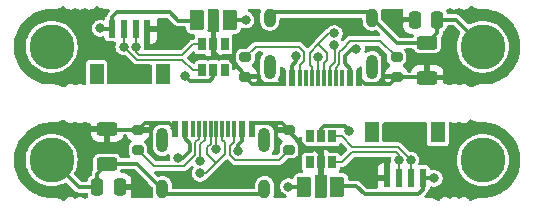
<source format=gbr>
%TF.GenerationSoftware,KiCad,Pcbnew,5.99.0-unknown-43523df843~131~ubuntu21.10.1*%
%TF.CreationDate,2021-08-03T15:32:10+01:00*%
%TF.ProjectId,dboard_panelized,64626f61-7264-45f7-9061-6e656c697a65,rev?*%
%TF.SameCoordinates,Original*%
%TF.FileFunction,Copper,L1,Top*%
%TF.FilePolarity,Positive*%
%FSLAX46Y46*%
G04 Gerber Fmt 4.6, Leading zero omitted, Abs format (unit mm)*
G04 Created by KiCad (PCBNEW 5.99.0-unknown-43523df843~131~ubuntu21.10.1) date 2021-08-03 15:32:10*
%MOMM*%
%LPD*%
G01*
G04 APERTURE LIST*
G04 Aperture macros list*
%AMRoundRect*
0 Rectangle with rounded corners*
0 $1 Rounding radius*
0 $2 $3 $4 $5 $6 $7 $8 $9 X,Y pos of 4 corners*
0 Add a 4 corners polygon primitive as box body*
4,1,4,$2,$3,$4,$5,$6,$7,$8,$9,$2,$3,0*
0 Add four circle primitives for the rounded corners*
1,1,$1+$1,$2,$3*
1,1,$1+$1,$4,$5*
1,1,$1+$1,$6,$7*
1,1,$1+$1,$8,$9*
0 Add four rect primitives between the rounded corners*
20,1,$1+$1,$2,$3,$4,$5,0*
20,1,$1+$1,$4,$5,$6,$7,0*
20,1,$1+$1,$6,$7,$8,$9,0*
20,1,$1+$1,$8,$9,$2,$3,0*%
G04 Aperture macros list end*
%TA.AperFunction,SMDPad,CuDef*%
%ADD10RoundRect,0.200000X0.275000X-0.200000X0.275000X0.200000X-0.275000X0.200000X-0.275000X-0.200000X0*%
%TD*%
%TA.AperFunction,ComponentPad*%
%ADD11C,3.800000*%
%TD*%
%TA.AperFunction,SMDPad,CuDef*%
%ADD12RoundRect,0.250000X0.250000X0.475000X-0.250000X0.475000X-0.250000X-0.475000X0.250000X-0.475000X0*%
%TD*%
%TA.AperFunction,SMDPad,CuDef*%
%ADD13RoundRect,0.250000X0.375000X0.625000X-0.375000X0.625000X-0.375000X-0.625000X0.375000X-0.625000X0*%
%TD*%
%TA.AperFunction,SMDPad,CuDef*%
%ADD14R,0.650000X1.060000*%
%TD*%
%TA.AperFunction,SMDPad,CuDef*%
%ADD15R,1.200000X1.800000*%
%TD*%
%TA.AperFunction,SMDPad,CuDef*%
%ADD16R,0.600000X1.550000*%
%TD*%
%TA.AperFunction,SMDPad,CuDef*%
%ADD17RoundRect,0.250000X0.625000X-0.312500X0.625000X0.312500X-0.625000X0.312500X-0.625000X-0.312500X0*%
%TD*%
%TA.AperFunction,SMDPad,CuDef*%
%ADD18RoundRect,0.250000X-0.625000X0.312500X-0.625000X-0.312500X0.625000X-0.312500X0.625000X0.312500X0*%
%TD*%
%TA.AperFunction,SMDPad,CuDef*%
%ADD19RoundRect,0.200000X-0.275000X0.200000X-0.275000X-0.200000X0.275000X-0.200000X0.275000X0.200000X0*%
%TD*%
%TA.AperFunction,SMDPad,CuDef*%
%ADD20RoundRect,0.250000X-0.250000X-0.475000X0.250000X-0.475000X0.250000X0.475000X-0.250000X0.475000X0*%
%TD*%
%TA.AperFunction,SMDPad,CuDef*%
%ADD21R,0.600000X1.450000*%
%TD*%
%TA.AperFunction,SMDPad,CuDef*%
%ADD22R,0.300000X1.450000*%
%TD*%
%TA.AperFunction,ComponentPad*%
%ADD23O,1.000000X1.600000*%
%TD*%
%TA.AperFunction,ComponentPad*%
%ADD24O,1.000000X2.100000*%
%TD*%
%TA.AperFunction,SMDPad,CuDef*%
%ADD25RoundRect,0.250000X-0.375000X-0.625000X0.375000X-0.625000X0.375000X0.625000X-0.375000X0.625000X0*%
%TD*%
%TA.AperFunction,ViaPad*%
%ADD26C,0.800000*%
%TD*%
%TA.AperFunction,Conductor*%
%ADD27C,0.300000*%
%TD*%
%TA.AperFunction,Conductor*%
%ADD28C,0.200000*%
%TD*%
G04 APERTURE END LIST*
D10*
%TO.P,R1,1*%
%TO.N,GND*%
X54000000Y-32025000D03*
%TO.P,R1,2*%
%TO.N,Net-(J2-PadA5)*%
X54000000Y-30375000D03*
%TD*%
D11*
%TO.P,H2,1,1*%
%TO.N,SHIELD*%
X61300000Y-29500000D03*
%TD*%
D12*
%TO.P,C1,1*%
%TO.N,SHIELD*%
X57450000Y-27200000D03*
%TO.P,C1,2*%
%TO.N,GND*%
X55550000Y-27200000D03*
%TD*%
D11*
%TO.P,H2,1,1*%
%TO.N,SHIELD*%
X24800000Y-39100000D03*
%TD*%
D13*
%TO.P,F1,1*%
%TO.N,+5V*%
X49000001Y-41349999D03*
%TO.P,F1,2*%
%TO.N,VBUS*%
X46200001Y-41349999D03*
%TD*%
D14*
%TO.P,U1,1,IO1*%
%TO.N,unconnected-(U1-Pad1)*%
X46650002Y-39300000D03*
%TO.P,U1,2,VN*%
%TO.N,GND*%
X47600002Y-39300000D03*
%TO.P,U1,3,IO2*%
%TO.N,D+*%
X48550002Y-39300000D03*
%TO.P,U1,4,IO3*%
%TO.N,D-*%
X48550002Y-37100000D03*
%TO.P,U1,5,VP*%
%TO.N,+5V*%
X47600002Y-37100000D03*
%TO.P,U1,6,IO4*%
%TO.N,unconnected-(U1-Pad6)*%
X46650002Y-37100000D03*
%TD*%
%TO.P,U1,1,IO1*%
%TO.N,unconnected-(U1-Pad1)*%
X39450000Y-29300000D03*
%TO.P,U1,2,VN*%
%TO.N,GND*%
X38500000Y-29300000D03*
%TO.P,U1,3,IO2*%
%TO.N,D+*%
X37550000Y-29300000D03*
%TO.P,U1,4,IO3*%
%TO.N,D-*%
X37550000Y-31500000D03*
%TO.P,U1,5,VP*%
%TO.N,+5V*%
X38500000Y-31500000D03*
%TO.P,U1,6,IO4*%
%TO.N,unconnected-(U1-Pad6)*%
X39450000Y-31500000D03*
%TD*%
D15*
%TO.P,J1,*%
%TO.N,*%
X28600000Y-31850000D03*
X34200000Y-31850000D03*
D16*
%TO.P,J1,1,Pin_1*%
%TO.N,+5V*%
X29900000Y-27975000D03*
%TO.P,J1,2,Pin_2*%
%TO.N,D-*%
X30900000Y-27975000D03*
%TO.P,J1,3,Pin_3*%
%TO.N,D+*%
X31900000Y-27975000D03*
%TO.P,J1,4,Pin_4*%
%TO.N,GND*%
X32900000Y-27975000D03*
%TD*%
D17*
%TO.P,R3,1*%
%TO.N,SHIELD*%
X29500001Y-39412500D03*
%TO.P,R3,2*%
%TO.N,GND*%
X29500001Y-36487500D03*
%TD*%
D15*
%TO.P,J1,*%
%TO.N,*%
X57500000Y-36749999D03*
X51900000Y-36749999D03*
D16*
%TO.P,J1,1,Pin_1*%
%TO.N,+5V*%
X56200000Y-40624999D03*
%TO.P,J1,2,Pin_2*%
%TO.N,D-*%
X55200000Y-40624999D03*
%TO.P,J1,3,Pin_3*%
%TO.N,D+*%
X54200000Y-40624999D03*
%TO.P,J1,4,Pin_4*%
%TO.N,GND*%
X53200000Y-40624999D03*
%TD*%
D18*
%TO.P,R3,1*%
%TO.N,SHIELD*%
X56600000Y-29187500D03*
%TO.P,R3,2*%
%TO.N,GND*%
X56600000Y-32112500D03*
%TD*%
D19*
%TO.P,R1,1*%
%TO.N,GND*%
X32100000Y-36575001D03*
%TO.P,R1,2*%
%TO.N,Net-(J2-PadA5)*%
X32100000Y-38225001D03*
%TD*%
D20*
%TO.P,C1,1*%
%TO.N,SHIELD*%
X28650002Y-41400001D03*
%TO.P,C1,2*%
%TO.N,GND*%
X30550002Y-41400001D03*
%TD*%
D10*
%TO.P,R2,1*%
%TO.N,GND*%
X41200000Y-32025000D03*
%TO.P,R2,2*%
%TO.N,Net-(J2-PadB5)*%
X41200000Y-30375000D03*
%TD*%
D11*
%TO.P,H1,1*%
%TO.N,N/C*%
X24800000Y-29500000D03*
%TD*%
D19*
%TO.P,R2,1*%
%TO.N,GND*%
X44900000Y-36575001D03*
%TO.P,R2,2*%
%TO.N,Net-(J2-PadB5)*%
X44900000Y-38225001D03*
%TD*%
D21*
%TO.P,J2,A1,GND*%
%TO.N,GND*%
X50850000Y-32135000D03*
%TO.P,J2,A4,VBUS*%
%TO.N,VBUS*%
X50050000Y-32135000D03*
D22*
%TO.P,J2,A5,CC1*%
%TO.N,Net-(J2-PadA5)*%
X48850000Y-32135000D03*
%TO.P,J2,A6,D+*%
%TO.N,D+*%
X47850000Y-32135000D03*
%TO.P,J2,A7,D-*%
%TO.N,D-*%
X47350000Y-32135000D03*
%TO.P,J2,A8,SBU1*%
%TO.N,unconnected-(J2-PadA8)*%
X46350000Y-32135000D03*
D21*
%TO.P,J2,A9,VBUS*%
%TO.N,VBUS*%
X45150000Y-32135000D03*
%TO.P,J2,A12,GND*%
%TO.N,GND*%
X44350000Y-32135000D03*
%TO.P,J2,B1,GND*%
X44350000Y-32135000D03*
%TO.P,J2,B4,VBUS*%
%TO.N,VBUS*%
X45150000Y-32135000D03*
D22*
%TO.P,J2,B5,CC2*%
%TO.N,Net-(J2-PadB5)*%
X45850000Y-32135000D03*
%TO.P,J2,B6,D+*%
%TO.N,D+*%
X46850000Y-32135000D03*
%TO.P,J2,B7,D-*%
%TO.N,D-*%
X48350000Y-32135000D03*
%TO.P,J2,B8,SBU2*%
%TO.N,unconnected-(J2-PadB8)*%
X49350000Y-32135000D03*
D21*
%TO.P,J2,B9,VBUS*%
%TO.N,VBUS*%
X50050000Y-32135000D03*
%TO.P,J2,B12,GND*%
%TO.N,GND*%
X50850000Y-32135000D03*
D23*
%TO.P,J2,S1,SHIELD*%
%TO.N,SHIELD*%
X43280000Y-27040000D03*
D24*
X43280000Y-31220000D03*
D23*
X51920000Y-27040000D03*
D24*
X51920000Y-31220000D03*
%TD*%
D25*
%TO.P,F1,1*%
%TO.N,+5V*%
X37100000Y-27250000D03*
%TO.P,F1,2*%
%TO.N,VBUS*%
X39900000Y-27250000D03*
%TD*%
D11*
%TO.P,H1,1*%
%TO.N,N/C*%
X61300001Y-39100000D03*
%TD*%
D21*
%TO.P,J2,A1,GND*%
%TO.N,GND*%
X35250002Y-36465000D03*
%TO.P,J2,A4,VBUS*%
%TO.N,VBUS*%
X36050002Y-36465000D03*
D22*
%TO.P,J2,A5,CC1*%
%TO.N,Net-(J2-PadA5)*%
X37250002Y-36465000D03*
%TO.P,J2,A6,D+*%
%TO.N,D+*%
X38250002Y-36465000D03*
%TO.P,J2,A7,D-*%
%TO.N,D-*%
X38750002Y-36465000D03*
%TO.P,J2,A8,SBU1*%
%TO.N,unconnected-(J2-PadA8)*%
X39750002Y-36465000D03*
D21*
%TO.P,J2,A9,VBUS*%
%TO.N,VBUS*%
X40950002Y-36465000D03*
%TO.P,J2,A12,GND*%
%TO.N,GND*%
X41750002Y-36465000D03*
%TO.P,J2,B1,GND*%
X41750002Y-36465000D03*
%TO.P,J2,B4,VBUS*%
%TO.N,VBUS*%
X40950002Y-36465000D03*
D22*
%TO.P,J2,B5,CC2*%
%TO.N,Net-(J2-PadB5)*%
X40250002Y-36465000D03*
%TO.P,J2,B6,D+*%
%TO.N,D+*%
X39250002Y-36465000D03*
%TO.P,J2,B7,D-*%
%TO.N,D-*%
X37750002Y-36465000D03*
%TO.P,J2,B8,SBU2*%
%TO.N,unconnected-(J2-PadB8)*%
X36750002Y-36465000D03*
D21*
%TO.P,J2,B9,VBUS*%
%TO.N,VBUS*%
X36050002Y-36465000D03*
%TO.P,J2,B12,GND*%
%TO.N,GND*%
X35250002Y-36465000D03*
D24*
%TO.P,J2,S1,SHIELD*%
%TO.N,SHIELD*%
X34180002Y-37380000D03*
D23*
X34180002Y-41560000D03*
X42820002Y-41560000D03*
D24*
X42820002Y-37380000D03*
%TD*%
D26*
%TO.N,GND*%
X35600001Y-41000000D03*
X40800003Y-41116823D03*
X58400001Y-41400000D03*
X27700001Y-36500000D03*
X50500000Y-27600000D03*
X55400001Y-37200000D03*
X51700002Y-40050000D03*
X45300000Y-27483176D03*
X54300000Y-27200000D03*
X27700000Y-27200000D03*
X58400000Y-32100000D03*
X30700000Y-31400000D03*
X34400000Y-28550000D03*
X31800000Y-41400001D03*
%TO.N,VBUS*%
X45500000Y-30250000D03*
X41250000Y-27250000D03*
X35500003Y-38899999D03*
X50600000Y-29700000D03*
X44850001Y-41350000D03*
X40600000Y-38349998D03*
%TO.N,+5V*%
X28900000Y-27950000D03*
X50000000Y-36599999D03*
X36100000Y-32000000D03*
X57200001Y-40649999D03*
%TO.N,D-*%
X30900000Y-29500000D03*
X55200001Y-39100000D03*
X48732195Y-29382196D03*
X37367806Y-39217804D03*
X38750000Y-38198530D03*
X47350000Y-30401470D03*
%TO.N,D+*%
X48732195Y-28382196D03*
X31900000Y-29500000D03*
X37367806Y-40217804D03*
X54200001Y-39100000D03*
%TD*%
D27*
%TO.N,GND*%
X47600001Y-39100000D02*
X47600000Y-39704021D01*
X47104023Y-38200000D02*
X47600002Y-38695978D01*
X47600002Y-38695978D02*
X47600001Y-39300000D01*
X42019521Y-35980478D02*
X44305481Y-35980480D01*
X32900000Y-27975000D02*
X33825000Y-27975000D01*
X32100002Y-36574999D02*
X30975003Y-36575000D01*
X38500000Y-29904022D02*
X38500000Y-29300000D01*
X32694520Y-35980479D02*
X32100002Y-36574999D01*
X38500000Y-29500000D02*
X38500000Y-28895978D01*
X30550001Y-41400001D02*
X31800000Y-41400001D01*
X41200000Y-32025000D02*
X41200000Y-31900000D01*
X55125000Y-32025000D02*
X56512500Y-32025000D01*
X41750002Y-36250001D02*
X42019521Y-35980478D01*
X55550000Y-27200000D02*
X54300000Y-27200000D01*
X56512500Y-32025000D02*
X56600000Y-32112500D01*
X41200000Y-32025000D02*
X41350000Y-32025000D01*
X29500002Y-36487499D02*
X27712502Y-36487501D01*
X58387500Y-32112500D02*
X58400000Y-32100000D01*
X44900000Y-36700001D02*
X46400001Y-38200000D01*
X44900001Y-36574999D02*
X44750000Y-36574999D01*
X44900001Y-36574999D02*
X44900000Y-36700001D01*
X44350000Y-32350000D02*
X44080480Y-32619520D01*
X41750002Y-36465002D02*
X41750002Y-36250001D01*
X34765481Y-35980480D02*
X32694520Y-35980479D01*
X53200001Y-40625000D02*
X52275002Y-40625001D01*
X50850000Y-32135000D02*
X51334520Y-32619520D01*
X38995978Y-30400000D02*
X38500000Y-29904022D01*
X56600000Y-32112500D02*
X58387500Y-32112500D01*
X44305481Y-35980480D02*
X44900001Y-36574999D01*
X53405480Y-32619520D02*
X54000000Y-32025000D01*
X34400000Y-28550000D02*
X33825000Y-27975000D01*
X51334520Y-32619520D02*
X53405480Y-32619520D01*
X39700000Y-30400000D02*
X38995978Y-30400000D01*
X44080480Y-32619520D02*
X41794520Y-32619520D01*
X41200000Y-31900000D02*
X39700000Y-30400000D01*
X51700002Y-40050000D02*
X52275002Y-40625001D01*
X44350000Y-32135000D02*
X44350000Y-32350000D01*
X35250001Y-36465000D02*
X34765481Y-35980480D01*
X41794520Y-32619520D02*
X41200000Y-32025000D01*
X27712502Y-36487501D02*
X27700001Y-36500000D01*
X29587501Y-36575001D02*
X29500002Y-36487499D01*
X54000000Y-32025000D02*
X55125000Y-32025000D01*
X46400001Y-38200000D02*
X47104023Y-38200000D01*
X30975003Y-36575000D02*
X29587501Y-36575001D01*
%TO.N,SHIELD*%
X51500000Y-26600000D02*
X43720000Y-26600000D01*
X54067500Y-29187500D02*
X51920000Y-27040000D01*
X56600000Y-29187500D02*
X54067500Y-29187500D01*
X57450000Y-27200000D02*
X57450000Y-28337500D01*
X34600001Y-42000000D02*
X42380000Y-42000000D01*
X27100001Y-41400002D02*
X24800000Y-39100000D01*
X42380000Y-42000000D02*
X42820000Y-41560001D01*
X28649999Y-41400000D02*
X28650001Y-40262500D01*
X32032501Y-39412500D02*
X34180003Y-41560000D01*
X51920000Y-27020000D02*
X51500000Y-26600000D01*
X34180001Y-41580000D02*
X34600001Y-42000000D01*
X28650001Y-40262500D02*
X29500001Y-39412500D01*
X34180003Y-41560000D02*
X34180001Y-41580000D01*
X57450000Y-28337500D02*
X56600000Y-29187500D01*
X28649999Y-41400000D02*
X27100001Y-41400002D01*
X59000000Y-27200000D02*
X61300000Y-29500000D01*
X51920000Y-27040000D02*
X51920000Y-27020000D01*
X29500001Y-39412500D02*
X32032501Y-39412500D01*
X43720000Y-26600000D02*
X43280000Y-27040000D01*
X57450000Y-27200000D02*
X59000000Y-27200000D01*
%TO.N,VBUS*%
X50050000Y-31350000D02*
X49600020Y-30900020D01*
X35900000Y-38900000D02*
X35500003Y-38899999D01*
X40600000Y-38349998D02*
X40600003Y-37850001D01*
X45500000Y-30750000D02*
X45150000Y-31100000D01*
X39900000Y-27250000D02*
X41250000Y-27250000D01*
X45500000Y-30250000D02*
X45500000Y-30750000D01*
X40949999Y-37500000D02*
X40950000Y-36465001D01*
X36050001Y-37250000D02*
X36499981Y-37699980D01*
X36050001Y-36465002D02*
X36050001Y-37250000D01*
X50200000Y-29700000D02*
X50600000Y-29700000D01*
X36499981Y-37699980D02*
X36499980Y-38300021D01*
X49600020Y-30299980D02*
X50200000Y-29700000D01*
X50050000Y-32135000D02*
X50050000Y-31350000D01*
X40600003Y-37850001D02*
X40949999Y-37500000D01*
X46200001Y-41350000D02*
X44850001Y-41350000D01*
X45150000Y-31100000D02*
X45150000Y-32135000D01*
X36499980Y-38300021D02*
X35900000Y-38900000D01*
X49600020Y-30900020D02*
X49600020Y-30299980D01*
%TO.N,+5V*%
X47600001Y-36495978D02*
X47600000Y-36899999D01*
X49050002Y-41300002D02*
X49000000Y-41350002D01*
X28900000Y-27950000D02*
X28925000Y-27975000D01*
X55800001Y-42000000D02*
X51300001Y-42000000D01*
X38224511Y-32379511D02*
X38500000Y-32104022D01*
X36479511Y-32379511D02*
X38224511Y-32379511D01*
X57200001Y-40649999D02*
X57175002Y-40624999D01*
X37050000Y-27300000D02*
X37100000Y-27250000D01*
X50600001Y-41300000D02*
X49050002Y-41300002D01*
X38500000Y-32104022D02*
X38500000Y-31700000D01*
X57175002Y-40624999D02*
X56200001Y-40624998D01*
X29900000Y-27975000D02*
X29900000Y-27000000D01*
X34800000Y-26600000D02*
X35500000Y-27300000D01*
X49620490Y-36220489D02*
X47875488Y-36220489D01*
X50000000Y-36599999D02*
X49620490Y-36220489D01*
X56200001Y-40624998D02*
X56199999Y-41600000D01*
X28925000Y-27975000D02*
X29900000Y-27975000D01*
X36100000Y-32000000D02*
X36479511Y-32379511D01*
X51300001Y-42000000D02*
X50600001Y-41300000D01*
X56199999Y-41600000D02*
X55800001Y-42000000D01*
X47875488Y-36220489D02*
X47600001Y-36495978D01*
X30300000Y-26600000D02*
X34800000Y-26600000D01*
X35500000Y-27300000D02*
X37050000Y-27300000D01*
X29900000Y-27000000D02*
X30300000Y-26600000D01*
D28*
%TO.N,D-*%
X55200001Y-39100000D02*
X55200001Y-40624999D01*
X48750980Y-30834014D02*
X48750980Y-29400981D01*
X32000000Y-30600000D02*
X35854999Y-30600000D01*
X50245002Y-38000000D02*
X49345002Y-37099999D01*
X48750980Y-29400981D02*
X48732195Y-29382196D01*
X37349021Y-37765987D02*
X37349023Y-39199019D01*
X30900000Y-29500000D02*
X30900000Y-27975000D01*
X54100003Y-38000000D02*
X50245002Y-38000000D01*
X47350000Y-32135000D02*
X47350000Y-30401470D01*
X35854999Y-30600000D02*
X36754999Y-31500000D01*
X49345002Y-37099999D02*
X48550001Y-37100000D01*
X48350000Y-31234994D02*
X48350000Y-32135000D01*
X55200001Y-39100000D02*
X54100003Y-38000000D01*
X37750003Y-37365007D02*
X37750001Y-36465000D01*
X30900000Y-29500000D02*
X32000000Y-30600000D01*
X38750001Y-36465000D02*
X38750000Y-38198530D01*
X37349023Y-39199019D02*
X37367806Y-39217804D01*
X37349021Y-37765987D02*
X37750003Y-37365007D01*
X48750980Y-30834014D02*
X48350000Y-31234994D01*
X36754999Y-31500000D02*
X37550000Y-31500000D01*
%TO.N,D+*%
X36754999Y-29300000D02*
X37550000Y-29300000D01*
X35854999Y-30200000D02*
X36754999Y-29300000D01*
X47850000Y-30890729D02*
X48130370Y-30610359D01*
X31900000Y-29500000D02*
X31900000Y-29934314D01*
X31900000Y-29934314D02*
X32165686Y-30200000D01*
X49345002Y-39299999D02*
X48550001Y-39300000D01*
X47850000Y-32135000D02*
X47850000Y-30890729D01*
X37969631Y-38569632D02*
X38725002Y-39325001D01*
X54200003Y-38665687D02*
X53934315Y-38400000D01*
X54200001Y-39100000D02*
X54200001Y-40625001D01*
X39449513Y-38600488D02*
X38725002Y-39325001D01*
X54200001Y-39100000D02*
X54200003Y-38665687D01*
X38725002Y-39325001D02*
X37832198Y-40217805D01*
X37550000Y-29500000D02*
X37345000Y-29500000D01*
X46850000Y-31210489D02*
X46650489Y-31010978D01*
X39250003Y-36465000D02*
X39250001Y-37389511D01*
X46650489Y-29999511D02*
X47375000Y-29275000D01*
X38250001Y-36465000D02*
X38249999Y-37709272D01*
X48267804Y-28382196D02*
X48732195Y-28382196D01*
X32165686Y-30200000D02*
X35854999Y-30200000D01*
X46850000Y-32135000D02*
X46850000Y-31210489D01*
X37969629Y-37989642D02*
X37969631Y-38569632D01*
X38249999Y-37709272D02*
X37969629Y-37989642D01*
X48130370Y-30610359D02*
X48130370Y-30030370D01*
X48130370Y-30030370D02*
X47375000Y-29275000D01*
X39449512Y-37589022D02*
X39449513Y-38600488D01*
X46650489Y-31010978D02*
X46650489Y-29999511D01*
X39250001Y-37389511D02*
X39449512Y-37589022D01*
X47375000Y-29275000D02*
X48267804Y-28382196D01*
X53934315Y-38400000D02*
X50245002Y-38400000D01*
X48550000Y-39099998D02*
X48755001Y-39100000D01*
X50245002Y-38400000D02*
X49345002Y-39299999D01*
X31900000Y-29500000D02*
X31900000Y-27975000D01*
X37832198Y-40217805D02*
X37367806Y-40217804D01*
%TO.N,Net-(J2-PadA5)*%
X36668296Y-38931705D02*
X36000491Y-39599511D01*
X36949502Y-37600500D02*
X36949501Y-38646850D01*
X33474512Y-39599511D02*
X32100002Y-38225001D01*
X49431706Y-29668294D02*
X50099511Y-29000489D01*
X36949501Y-38646850D02*
X36668294Y-38928057D01*
X49150500Y-30999500D02*
X49150500Y-29953150D01*
X52625489Y-29000489D02*
X54000000Y-30375000D01*
X49431706Y-29671944D02*
X49431706Y-29668294D01*
X37250001Y-37300000D02*
X36949502Y-37600500D01*
X36668294Y-38928057D02*
X36668296Y-38931705D01*
X36000491Y-39599511D02*
X33474512Y-39599511D01*
X48850000Y-31300000D02*
X49150500Y-30999500D01*
X49150500Y-29953150D02*
X49431706Y-29671944D01*
X48850000Y-32135000D02*
X48850000Y-31300000D01*
X37250001Y-36465001D02*
X37250001Y-37300000D01*
X50099511Y-29000489D02*
X52625489Y-29000489D01*
%TO.N,Net-(J2-PadB5)*%
X44025480Y-39099521D02*
X44900002Y-38225000D01*
X45850000Y-31035718D02*
X46199511Y-30686207D01*
X42074522Y-29500478D02*
X41200000Y-30375000D01*
X45850000Y-32135000D02*
X45850000Y-31035718D01*
X40250001Y-37564281D02*
X39900490Y-37913792D01*
X40250001Y-36465000D02*
X40250001Y-37564281D01*
X46199511Y-30686207D02*
X46199511Y-29960252D01*
X45739737Y-29500478D02*
X42074522Y-29500478D01*
X39900490Y-37913792D02*
X39900490Y-38639748D01*
X46199511Y-29960252D02*
X45739737Y-29500478D01*
X39900490Y-38639748D02*
X40360265Y-39099521D01*
X40360265Y-39099521D02*
X44025480Y-39099521D01*
%TD*%
%TA.AperFunction,Conductor*%
%TO.N,GND*%
G36*
X60363330Y-26070575D02*
G01*
X60397584Y-26093870D01*
X60614561Y-26198001D01*
X60619888Y-26199635D01*
X60619895Y-26199638D01*
X60800841Y-26255150D01*
X60844646Y-26268589D01*
X60850168Y-26269412D01*
X60850174Y-26269413D01*
X60952089Y-26284596D01*
X61082689Y-26304053D01*
X61196046Y-26303839D01*
X61289930Y-26303662D01*
X61289931Y-26303662D01*
X61294486Y-26303653D01*
X61300004Y-26304626D01*
X61305641Y-26303632D01*
X61322048Y-26303601D01*
X61323369Y-26303731D01*
X61327883Y-26302572D01*
X61337167Y-26302013D01*
X61637923Y-26318320D01*
X61653946Y-26320062D01*
X61979942Y-26373507D01*
X61995690Y-26376973D01*
X62272080Y-26453712D01*
X62313986Y-26465347D01*
X62329275Y-26470498D01*
X62636148Y-26592769D01*
X62650781Y-26599539D01*
X62757827Y-26656291D01*
X62942634Y-26754270D01*
X62956458Y-26762587D01*
X63062878Y-26834741D01*
X63229882Y-26947973D01*
X63242715Y-26957729D01*
X63324606Y-27027287D01*
X63494489Y-27171588D01*
X63506201Y-27182683D01*
X63733364Y-27422496D01*
X63743809Y-27434792D01*
X63943721Y-27697771D01*
X63952775Y-27711125D01*
X64123077Y-27994171D01*
X64130634Y-28008425D01*
X64269338Y-28308229D01*
X64275309Y-28323216D01*
X64314095Y-28438329D01*
X64380784Y-28636254D01*
X64380784Y-28636255D01*
X64385099Y-28651795D01*
X64455571Y-28971950D01*
X64456110Y-28974400D01*
X64458720Y-28990313D01*
X64487928Y-29258876D01*
X64494437Y-29318729D01*
X64495310Y-29334839D01*
X64495310Y-29665162D01*
X64494437Y-29681272D01*
X64459431Y-30003153D01*
X64458721Y-30009679D01*
X64456111Y-30025595D01*
X64385099Y-30348201D01*
X64385099Y-30348202D01*
X64380784Y-30363743D01*
X64337728Y-30491528D01*
X64275308Y-30676785D01*
X64269337Y-30691772D01*
X64130635Y-30991572D01*
X64123078Y-31005827D01*
X63952770Y-31288881D01*
X63943716Y-31302234D01*
X63743810Y-31565204D01*
X63733366Y-31577500D01*
X63506191Y-31817327D01*
X63494477Y-31828422D01*
X63242722Y-32042264D01*
X63229879Y-32052028D01*
X62956455Y-32237413D01*
X62942631Y-32245730D01*
X62650790Y-32400454D01*
X62636148Y-32407229D01*
X62329266Y-32529502D01*
X62313977Y-32534653D01*
X61995689Y-32623025D01*
X61979933Y-32626493D01*
X61915460Y-32637063D01*
X61653942Y-32679937D01*
X61637919Y-32681679D01*
X61337160Y-32697986D01*
X61327868Y-32697425D01*
X61323364Y-32696269D01*
X61322053Y-32696398D01*
X61305643Y-32696367D01*
X61300000Y-32695372D01*
X61294476Y-32696346D01*
X61289909Y-32696337D01*
X61289908Y-32696337D01*
X61199191Y-32696166D01*
X61082684Y-32695947D01*
X61077162Y-32696770D01*
X61077158Y-32696770D01*
X60850171Y-32730588D01*
X60850168Y-32730589D01*
X60844642Y-32731412D01*
X60742034Y-32762891D01*
X60619890Y-32800363D01*
X60619883Y-32800366D01*
X60614556Y-32802000D01*
X60397580Y-32906131D01*
X60392973Y-32909264D01*
X60392968Y-32909267D01*
X60363330Y-32929424D01*
X60290500Y-32954813D01*
X60214733Y-32940386D01*
X60161329Y-32896923D01*
X60098566Y-32815129D01*
X60092620Y-32807380D01*
X60004335Y-32739636D01*
X59985372Y-32725085D01*
X59985369Y-32725083D01*
X59977624Y-32719140D01*
X59843708Y-32663671D01*
X59699999Y-32644751D01*
X59556290Y-32663671D01*
X59422374Y-32719140D01*
X59390703Y-32743442D01*
X59319449Y-32772957D01*
X59242981Y-32762891D01*
X59209298Y-32743445D01*
X59177624Y-32719140D01*
X59043708Y-32663671D01*
X58899999Y-32644751D01*
X58756290Y-32663671D01*
X58622374Y-32719140D01*
X58590703Y-32743442D01*
X58519449Y-32772957D01*
X58442981Y-32762891D01*
X58409298Y-32743445D01*
X58377624Y-32719140D01*
X58243708Y-32663671D01*
X58183542Y-32655750D01*
X58103017Y-32645148D01*
X58031760Y-32615632D01*
X57984808Y-32554442D01*
X57974241Y-32482242D01*
X57974612Y-32478617D01*
X57975000Y-32471029D01*
X57975000Y-32382116D01*
X57970855Y-32366645D01*
X57955384Y-32362500D01*
X56499000Y-32362500D01*
X56424500Y-32342538D01*
X56369962Y-32288000D01*
X56350000Y-32213500D01*
X56350000Y-31069617D01*
X56350000Y-31069616D01*
X56850000Y-31069616D01*
X56850000Y-31842884D01*
X56854145Y-31858355D01*
X56869616Y-31862500D01*
X57955383Y-31862500D01*
X57970854Y-31858355D01*
X57974999Y-31842884D01*
X57974999Y-31754011D01*
X57974603Y-31746346D01*
X57964990Y-31653692D01*
X57961568Y-31637848D01*
X57911540Y-31487898D01*
X57904245Y-31472323D01*
X57821323Y-31338323D01*
X57810650Y-31324856D01*
X57699126Y-31213527D01*
X57685630Y-31202868D01*
X57551489Y-31120183D01*
X57535907Y-31112917D01*
X57385847Y-31063144D01*
X57370036Y-31059754D01*
X57278622Y-31050388D01*
X57271029Y-31050000D01*
X56869616Y-31050000D01*
X56854145Y-31054145D01*
X56850000Y-31069616D01*
X56350000Y-31069616D01*
X56345855Y-31054146D01*
X56330384Y-31050001D01*
X55929011Y-31050001D01*
X55921346Y-31050397D01*
X55828692Y-31060010D01*
X55812848Y-31063432D01*
X55662898Y-31113460D01*
X55647323Y-31120755D01*
X55513323Y-31203677D01*
X55499856Y-31214350D01*
X55388527Y-31325874D01*
X55377868Y-31339370D01*
X55295183Y-31473511D01*
X55287917Y-31489093D01*
X55235617Y-31646770D01*
X55193216Y-31711197D01*
X55124281Y-31745792D01*
X55047285Y-31741284D01*
X54982858Y-31698883D01*
X54952012Y-31644417D01*
X54920354Y-31543394D01*
X54913016Y-31527143D01*
X54834553Y-31397586D01*
X54823550Y-31383553D01*
X54716447Y-31276450D01*
X54702418Y-31265450D01*
X54606876Y-31207587D01*
X54553493Y-31151919D01*
X54535096Y-31077017D01*
X54556614Y-31002951D01*
X54594704Y-30960907D01*
X54601316Y-30955952D01*
X54632546Y-30932546D01*
X54718526Y-30817824D01*
X54768851Y-30683580D01*
X54770056Y-30672494D01*
X54775063Y-30626397D01*
X54775500Y-30622377D01*
X54775499Y-30127624D01*
X54771143Y-30087523D01*
X54769860Y-30075706D01*
X54769859Y-30075703D01*
X54768851Y-30066420D01*
X54725368Y-29950426D01*
X54722252Y-29942115D01*
X54722252Y-29942114D01*
X54718526Y-29932176D01*
X54712160Y-29923682D01*
X54712158Y-29923678D01*
X54676694Y-29876359D01*
X54647988Y-29804772D01*
X54658921Y-29728423D01*
X54706565Y-29667770D01*
X54778152Y-29639064D01*
X54795924Y-29638000D01*
X55336262Y-29638000D01*
X55410762Y-29657962D01*
X55465300Y-29712500D01*
X55474798Y-29732149D01*
X55487145Y-29763334D01*
X55487147Y-29763338D01*
X55490887Y-29772783D01*
X55526997Y-29820356D01*
X55566893Y-29872916D01*
X55582078Y-29892922D01*
X55590167Y-29899062D01*
X55605768Y-29910904D01*
X55702217Y-29984113D01*
X55842453Y-30039636D01*
X55932228Y-30050500D01*
X57267772Y-30050500D01*
X57357547Y-30039636D01*
X57497783Y-29984113D01*
X57594232Y-29910904D01*
X57609833Y-29899062D01*
X57617922Y-29892922D01*
X57633108Y-29872916D01*
X57673003Y-29820356D01*
X57709113Y-29772783D01*
X57764636Y-29632547D01*
X57775500Y-29542772D01*
X57775500Y-28832228D01*
X57764636Y-28742453D01*
X57768028Y-28742043D01*
X57768810Y-28682735D01*
X57789637Y-28638482D01*
X57815268Y-28601397D01*
X57817961Y-28597628D01*
X57819967Y-28594912D01*
X57852635Y-28550683D01*
X57855029Y-28543866D01*
X57859131Y-28537931D01*
X57871286Y-28499500D01*
X57876706Y-28482361D01*
X57878172Y-28477964D01*
X57897520Y-28422869D01*
X57897804Y-28415652D01*
X57899980Y-28408770D01*
X57900500Y-28402163D01*
X57900500Y-28349954D01*
X57900615Y-28344104D01*
X57902839Y-28287506D01*
X57904709Y-28287579D01*
X57914322Y-28224735D01*
X57962543Y-28164540D01*
X57968039Y-28160991D01*
X57972783Y-28159113D01*
X57980872Y-28152973D01*
X57980874Y-28152972D01*
X58084833Y-28074062D01*
X58092922Y-28067922D01*
X58184113Y-27947783D01*
X58239636Y-27807547D01*
X58242776Y-27781599D01*
X58271544Y-27710037D01*
X58332239Y-27662446D01*
X58390697Y-27650500D01*
X58751679Y-27650500D01*
X58826179Y-27670462D01*
X58857038Y-27694141D01*
X59371874Y-28208977D01*
X59410438Y-28275772D01*
X59410438Y-28352900D01*
X59394327Y-28388505D01*
X59395371Y-28389108D01*
X59392931Y-28393335D01*
X59390222Y-28397389D01*
X59262641Y-28656098D01*
X59169919Y-28929247D01*
X59168970Y-28934020D01*
X59168968Y-28934026D01*
X59117060Y-29194987D01*
X59113644Y-29212161D01*
X59113325Y-29217022D01*
X59113325Y-29217025D01*
X59101197Y-29402068D01*
X59094778Y-29500000D01*
X59095097Y-29504867D01*
X59109950Y-29731474D01*
X59113644Y-29787839D01*
X59114595Y-29792618D01*
X59114595Y-29792621D01*
X59168750Y-30064874D01*
X59169919Y-30070753D01*
X59262641Y-30343902D01*
X59390222Y-30602611D01*
X59550480Y-30842454D01*
X59740673Y-31059327D01*
X59957546Y-31249520D01*
X60197389Y-31409778D01*
X60456098Y-31537359D01*
X60729247Y-31630081D01*
X60734020Y-31631030D01*
X60734026Y-31631032D01*
X61007379Y-31685405D01*
X61007382Y-31685405D01*
X61012161Y-31686356D01*
X61017022Y-31686675D01*
X61017025Y-31686675D01*
X61295133Y-31704903D01*
X61300000Y-31705222D01*
X61304867Y-31704903D01*
X61582975Y-31686675D01*
X61582978Y-31686675D01*
X61587839Y-31686356D01*
X61592618Y-31685405D01*
X61592621Y-31685405D01*
X61865974Y-31631032D01*
X61865980Y-31631030D01*
X61870753Y-31630081D01*
X62143902Y-31537359D01*
X62402611Y-31409778D01*
X62642454Y-31249520D01*
X62859327Y-31059327D01*
X63049520Y-30842454D01*
X63209778Y-30602611D01*
X63337359Y-30343902D01*
X63430081Y-30070753D01*
X63431251Y-30064874D01*
X63485405Y-29792621D01*
X63485405Y-29792618D01*
X63486356Y-29787839D01*
X63490051Y-29731474D01*
X63504903Y-29504867D01*
X63505222Y-29500000D01*
X63498803Y-29402068D01*
X63486675Y-29217025D01*
X63486675Y-29217022D01*
X63486356Y-29212161D01*
X63482940Y-29194987D01*
X63431032Y-28934026D01*
X63431030Y-28934020D01*
X63430081Y-28929247D01*
X63337359Y-28656098D01*
X63209778Y-28397389D01*
X63049520Y-28157546D01*
X62859327Y-27940673D01*
X62642454Y-27750480D01*
X62402611Y-27590222D01*
X62143902Y-27462641D01*
X61870753Y-27369919D01*
X61865980Y-27368970D01*
X61865974Y-27368968D01*
X61592621Y-27314595D01*
X61592618Y-27314595D01*
X61587839Y-27313644D01*
X61582978Y-27313325D01*
X61582975Y-27313325D01*
X61304867Y-27295097D01*
X61300000Y-27294778D01*
X61295133Y-27295097D01*
X61017025Y-27313325D01*
X61017022Y-27313325D01*
X61012161Y-27313644D01*
X61007382Y-27314595D01*
X61007379Y-27314595D01*
X60734026Y-27368968D01*
X60734020Y-27368970D01*
X60729247Y-27369919D01*
X60456098Y-27462641D01*
X60197389Y-27590222D01*
X60193338Y-27592929D01*
X60189108Y-27595371D01*
X60188038Y-27593517D01*
X60123926Y-27615206D01*
X60048295Y-27600080D01*
X60008977Y-27571874D01*
X59343709Y-26906606D01*
X59332056Y-26893493D01*
X59318767Y-26876636D01*
X59318766Y-26876636D01*
X59311872Y-26867890D01*
X59302710Y-26861558D01*
X59302708Y-26861556D01*
X59263910Y-26834741D01*
X59260102Y-26832020D01*
X59222143Y-26803983D01*
X59222142Y-26803982D01*
X59213184Y-26797366D01*
X59206368Y-26794973D01*
X59200431Y-26790869D01*
X59144832Y-26773285D01*
X59140420Y-26771813D01*
X59085369Y-26752481D01*
X59078155Y-26752198D01*
X59071270Y-26750020D01*
X59064663Y-26749500D01*
X59012429Y-26749500D01*
X59006579Y-26749385D01*
X58961133Y-26747599D01*
X58961131Y-26747599D01*
X58950006Y-26747162D01*
X58942621Y-26749120D01*
X58935718Y-26749500D01*
X58390697Y-26749500D01*
X58316197Y-26729538D01*
X58261659Y-26675000D01*
X58242776Y-26618401D01*
X58240786Y-26601955D01*
X58240786Y-26601954D01*
X58239636Y-26592453D01*
X58207087Y-26510242D01*
X58198223Y-26433625D01*
X58228854Y-26362840D01*
X58288601Y-26317736D01*
X58377624Y-26280862D01*
X58409295Y-26256560D01*
X58480549Y-26227045D01*
X58557017Y-26237111D01*
X58590700Y-26256557D01*
X58622374Y-26280862D01*
X58756290Y-26336331D01*
X58899999Y-26355251D01*
X59043708Y-26336331D01*
X59177624Y-26280862D01*
X59209295Y-26256560D01*
X59280549Y-26227045D01*
X59357017Y-26237111D01*
X59390700Y-26256557D01*
X59422374Y-26280862D01*
X59556290Y-26336331D01*
X59699999Y-26355251D01*
X59843708Y-26336331D01*
X59977624Y-26280862D01*
X59993619Y-26268589D01*
X60084871Y-26198568D01*
X60092620Y-26192622D01*
X60161332Y-26103076D01*
X60222520Y-26056124D01*
X60298988Y-26046057D01*
X60363330Y-26070575D01*
G37*
%TD.AperFunction*%
%TA.AperFunction,Conductor*%
G36*
X25885264Y-26059614D02*
G01*
X25938668Y-26103077D01*
X26007379Y-26192622D01*
X26015128Y-26198568D01*
X26106381Y-26268589D01*
X26122375Y-26280862D01*
X26256291Y-26336331D01*
X26400000Y-26355251D01*
X26543709Y-26336331D01*
X26677625Y-26280862D01*
X26709296Y-26256560D01*
X26780550Y-26227045D01*
X26857018Y-26237111D01*
X26890701Y-26256557D01*
X26922375Y-26280862D01*
X27056291Y-26336331D01*
X27200000Y-26355251D01*
X27343709Y-26336331D01*
X27477625Y-26280862D01*
X27509296Y-26256560D01*
X27580550Y-26227045D01*
X27657018Y-26237111D01*
X27690701Y-26256557D01*
X27722375Y-26280862D01*
X27856291Y-26336331D01*
X28000000Y-26355251D01*
X28143709Y-26336331D01*
X28277625Y-26280862D01*
X28293620Y-26268589D01*
X28384872Y-26198568D01*
X28392621Y-26192622D01*
X28429427Y-26144656D01*
X28461103Y-26103376D01*
X28522293Y-26056423D01*
X28598762Y-26046357D01*
X28663637Y-26071240D01*
X28686755Y-26087109D01*
X28686759Y-26087111D01*
X28691356Y-26090267D01*
X28907494Y-26195220D01*
X28912806Y-26196878D01*
X28912814Y-26196881D01*
X29131537Y-26265144D01*
X29131542Y-26265145D01*
X29136854Y-26266803D01*
X29142354Y-26267651D01*
X29142358Y-26267652D01*
X29243346Y-26283224D01*
X29374319Y-26303419D01*
X29599498Y-26304198D01*
X29673928Y-26324418D01*
X29728277Y-26379144D01*
X29747981Y-26453712D01*
X29727761Y-26528143D01*
X29704341Y-26558556D01*
X29606606Y-26656291D01*
X29593493Y-26667944D01*
X29567890Y-26688128D01*
X29561558Y-26697290D01*
X29561556Y-26697292D01*
X29534741Y-26736090D01*
X29532020Y-26739898D01*
X29503983Y-26777857D01*
X29497366Y-26786816D01*
X29494973Y-26793632D01*
X29490869Y-26799569D01*
X29487510Y-26810190D01*
X29473286Y-26855165D01*
X29471806Y-26859600D01*
X29459905Y-26893493D01*
X29459500Y-26894645D01*
X29424366Y-26950546D01*
X29357479Y-27017549D01*
X29357477Y-27017552D01*
X29347759Y-27027287D01*
X29342197Y-27039867D01*
X29342196Y-27039869D01*
X29307024Y-27119426D01*
X29302494Y-27129673D01*
X29301197Y-27140799D01*
X29301195Y-27140806D01*
X29299595Y-27154530D01*
X29271139Y-27226216D01*
X29210652Y-27274071D01*
X29134341Y-27285270D01*
X29115299Y-27281784D01*
X29008179Y-27254877D01*
X28988441Y-27249919D01*
X28884002Y-27249372D01*
X28827873Y-27249078D01*
X28818895Y-27249031D01*
X28810164Y-27251127D01*
X28810165Y-27251127D01*
X28662765Y-27286515D01*
X28662762Y-27286516D01*
X28654032Y-27288612D01*
X28646053Y-27292730D01*
X28646051Y-27292731D01*
X28511353Y-27362254D01*
X28503369Y-27366375D01*
X28496602Y-27372279D01*
X28496598Y-27372281D01*
X28393017Y-27462641D01*
X28375604Y-27477831D01*
X28278113Y-27616547D01*
X28216524Y-27774513D01*
X28194394Y-27942611D01*
X28195380Y-27951542D01*
X28195380Y-27951543D01*
X28197947Y-27974794D01*
X28212999Y-28111135D01*
X28216087Y-28119572D01*
X28216087Y-28119574D01*
X28236553Y-28175500D01*
X28271266Y-28270356D01*
X28276275Y-28277811D01*
X28276276Y-28277812D01*
X28359400Y-28401514D01*
X28365830Y-28411083D01*
X28372472Y-28417126D01*
X28372473Y-28417128D01*
X28441713Y-28480131D01*
X28491233Y-28525191D01*
X28499128Y-28529478D01*
X28499130Y-28529479D01*
X28632344Y-28601808D01*
X28632347Y-28601809D01*
X28640235Y-28606092D01*
X28673592Y-28614843D01*
X28795549Y-28646838D01*
X28795551Y-28646838D01*
X28804233Y-28649116D01*
X28813209Y-28649257D01*
X28964781Y-28651638D01*
X28973760Y-28651779D01*
X29117237Y-28618919D01*
X29194312Y-28621746D01*
X29259649Y-28662732D01*
X29295740Y-28730895D01*
X29299500Y-28764159D01*
X29299500Y-28794646D01*
X29302618Y-28820846D01*
X29348061Y-28923153D01*
X29357796Y-28932871D01*
X29400022Y-28975023D01*
X29427287Y-29002241D01*
X29439867Y-29007803D01*
X29439869Y-29007804D01*
X29519426Y-29042976D01*
X29529673Y-29047506D01*
X29544318Y-29049213D01*
X29551070Y-29050001D01*
X29551078Y-29050001D01*
X29555354Y-29050500D01*
X30105340Y-29050500D01*
X30179840Y-29070462D01*
X30234378Y-29125000D01*
X30254340Y-29199500D01*
X30244162Y-29253624D01*
X30223829Y-29305777D01*
X30216524Y-29324513D01*
X30194394Y-29492611D01*
X30195380Y-29501542D01*
X30195380Y-29501543D01*
X30199932Y-29542772D01*
X30212999Y-29661135D01*
X30216087Y-29669572D01*
X30216087Y-29669574D01*
X30229006Y-29704877D01*
X30271266Y-29820356D01*
X30276275Y-29827811D01*
X30276276Y-29827812D01*
X30358669Y-29950426D01*
X30365830Y-29961083D01*
X30372472Y-29967126D01*
X30372473Y-29967128D01*
X30481594Y-30066420D01*
X30491233Y-30075191D01*
X30499128Y-30079478D01*
X30499130Y-30079479D01*
X30632344Y-30151808D01*
X30632347Y-30151809D01*
X30640235Y-30156092D01*
X30685096Y-30167861D01*
X30795549Y-30196838D01*
X30795551Y-30196838D01*
X30804233Y-30199116D01*
X30813209Y-30199257D01*
X30973760Y-30201779D01*
X30973711Y-30204874D01*
X31034048Y-30214434D01*
X31078797Y-30245190D01*
X31739091Y-30905484D01*
X31739095Y-30905487D01*
X31761658Y-30928050D01*
X31772105Y-30933373D01*
X31772108Y-30933375D01*
X31779644Y-30937215D01*
X31799577Y-30949430D01*
X31806421Y-30954403D01*
X31806427Y-30954406D01*
X31815910Y-30961296D01*
X31827059Y-30964919D01*
X31827062Y-30964920D01*
X31832684Y-30966746D01*
X31835105Y-30967533D01*
X31856710Y-30976482D01*
X31874696Y-30985646D01*
X31886280Y-30987481D01*
X31886281Y-30987481D01*
X31894630Y-30988803D01*
X31917364Y-30994260D01*
X31936567Y-31000500D01*
X33150500Y-31000500D01*
X33225000Y-31020462D01*
X33279538Y-31075000D01*
X33299500Y-31149500D01*
X33299500Y-32551000D01*
X33279538Y-32625500D01*
X33225000Y-32680038D01*
X33150500Y-32700000D01*
X29649500Y-32700000D01*
X29575000Y-32680038D01*
X29520462Y-32625500D01*
X29500500Y-32551000D01*
X29500500Y-30905354D01*
X29497382Y-30879154D01*
X29451939Y-30776847D01*
X29372713Y-30697759D01*
X29360133Y-30692197D01*
X29360131Y-30692196D01*
X29280574Y-30657024D01*
X29280573Y-30657024D01*
X29270327Y-30652494D01*
X29255682Y-30650787D01*
X29248930Y-30649999D01*
X29248922Y-30649999D01*
X29244646Y-30649500D01*
X27955354Y-30649500D01*
X27929154Y-30652618D01*
X27826847Y-30698061D01*
X27747759Y-30777287D01*
X27742197Y-30789867D01*
X27742196Y-30789869D01*
X27718274Y-30843980D01*
X27702494Y-30879673D01*
X27699500Y-30905354D01*
X27699500Y-32590636D01*
X27679538Y-32665136D01*
X27625000Y-32719674D01*
X27550500Y-32739636D01*
X27479567Y-32720630D01*
X27477625Y-32719140D01*
X27343709Y-32663671D01*
X27200000Y-32644751D01*
X27056291Y-32663671D01*
X26922375Y-32719140D01*
X26890704Y-32743442D01*
X26819450Y-32772957D01*
X26742982Y-32762891D01*
X26709299Y-32743445D01*
X26677625Y-32719140D01*
X26543709Y-32663671D01*
X26400000Y-32644751D01*
X26256291Y-32663671D01*
X26122375Y-32719140D01*
X26114630Y-32725083D01*
X26114627Y-32725085D01*
X26095664Y-32739636D01*
X26007379Y-32807380D01*
X26001433Y-32815129D01*
X25938670Y-32896923D01*
X25877481Y-32943875D01*
X25801012Y-32953942D01*
X25736672Y-32929425D01*
X25702420Y-32906131D01*
X25485443Y-32802000D01*
X25480116Y-32800366D01*
X25480109Y-32800363D01*
X25357965Y-32762891D01*
X25255358Y-32731412D01*
X25249832Y-32730589D01*
X25249829Y-32730588D01*
X25022842Y-32696770D01*
X25022838Y-32696770D01*
X25017316Y-32695947D01*
X24904489Y-32696160D01*
X24810076Y-32696337D01*
X24810074Y-32696337D01*
X24805524Y-32696346D01*
X24800000Y-32695372D01*
X24794357Y-32696367D01*
X24777947Y-32696398D01*
X24776636Y-32696269D01*
X24772129Y-32697426D01*
X24762836Y-32697985D01*
X24462088Y-32681678D01*
X24446050Y-32679934D01*
X24258457Y-32649181D01*
X24120064Y-32626492D01*
X24104321Y-32623027D01*
X23789519Y-32535623D01*
X23786015Y-32534650D01*
X23770726Y-32529498D01*
X23463860Y-32407231D01*
X23449218Y-32400457D01*
X23157370Y-32245729D01*
X23143546Y-32237412D01*
X22870123Y-32052027D01*
X22857280Y-32042263D01*
X22750612Y-31951659D01*
X22605516Y-31828414D01*
X22593807Y-31817322D01*
X22591755Y-31815155D01*
X22493280Y-31711197D01*
X22366640Y-31577504D01*
X22356195Y-31565208D01*
X22156286Y-31302233D01*
X22147232Y-31288880D01*
X22009371Y-31059754D01*
X21976924Y-31005826D01*
X21969367Y-30991571D01*
X21830665Y-30691771D01*
X21824694Y-30676784D01*
X21744428Y-30438564D01*
X21719218Y-30363742D01*
X21714904Y-30348206D01*
X21643892Y-30025591D01*
X21641282Y-30009679D01*
X21640573Y-30003153D01*
X21605566Y-29681272D01*
X21604693Y-29665162D01*
X21604693Y-29500000D01*
X22594778Y-29500000D01*
X22595097Y-29504867D01*
X22609950Y-29731474D01*
X22613644Y-29787839D01*
X22614595Y-29792618D01*
X22614595Y-29792621D01*
X22668750Y-30064874D01*
X22669919Y-30070753D01*
X22762641Y-30343902D01*
X22890222Y-30602611D01*
X23050480Y-30842454D01*
X23240673Y-31059327D01*
X23457546Y-31249520D01*
X23697389Y-31409778D01*
X23956098Y-31537359D01*
X24229247Y-31630081D01*
X24234020Y-31631030D01*
X24234026Y-31631032D01*
X24507379Y-31685405D01*
X24507382Y-31685405D01*
X24512161Y-31686356D01*
X24517022Y-31686675D01*
X24517025Y-31686675D01*
X24795133Y-31704903D01*
X24800000Y-31705222D01*
X24804867Y-31704903D01*
X25082975Y-31686675D01*
X25082978Y-31686675D01*
X25087839Y-31686356D01*
X25092618Y-31685405D01*
X25092621Y-31685405D01*
X25365974Y-31631032D01*
X25365980Y-31631030D01*
X25370753Y-31630081D01*
X25643902Y-31537359D01*
X25902611Y-31409778D01*
X26142454Y-31249520D01*
X26359327Y-31059327D01*
X26549520Y-30842454D01*
X26709778Y-30602611D01*
X26837359Y-30343902D01*
X26930081Y-30070753D01*
X26931251Y-30064874D01*
X26985405Y-29792621D01*
X26985405Y-29792618D01*
X26986356Y-29787839D01*
X26990051Y-29731474D01*
X27004903Y-29504867D01*
X27005222Y-29500000D01*
X26998803Y-29402068D01*
X26986675Y-29217025D01*
X26986675Y-29217022D01*
X26986356Y-29212161D01*
X26982940Y-29194987D01*
X26931032Y-28934026D01*
X26931030Y-28934020D01*
X26930081Y-28929247D01*
X26837359Y-28656098D01*
X26709778Y-28397389D01*
X26549520Y-28157546D01*
X26359327Y-27940673D01*
X26142454Y-27750480D01*
X25902611Y-27590222D01*
X25643902Y-27462641D01*
X25370753Y-27369919D01*
X25365980Y-27368970D01*
X25365974Y-27368968D01*
X25092621Y-27314595D01*
X25092618Y-27314595D01*
X25087839Y-27313644D01*
X25082978Y-27313325D01*
X25082975Y-27313325D01*
X24804867Y-27295097D01*
X24800000Y-27294778D01*
X24795133Y-27295097D01*
X24517025Y-27313325D01*
X24517022Y-27313325D01*
X24512161Y-27313644D01*
X24507382Y-27314595D01*
X24507379Y-27314595D01*
X24234026Y-27368968D01*
X24234020Y-27368970D01*
X24229247Y-27369919D01*
X23956098Y-27462641D01*
X23697389Y-27590222D01*
X23457546Y-27750480D01*
X23240673Y-27940673D01*
X23050480Y-28157546D01*
X22890222Y-28397389D01*
X22762641Y-28656098D01*
X22669919Y-28929247D01*
X22668970Y-28934020D01*
X22668968Y-28934026D01*
X22617060Y-29194987D01*
X22613644Y-29212161D01*
X22613325Y-29217022D01*
X22613325Y-29217025D01*
X22601197Y-29402068D01*
X22594778Y-29500000D01*
X21604693Y-29500000D01*
X21604693Y-29334838D01*
X21605566Y-29318728D01*
X21619023Y-29194991D01*
X21641283Y-28990313D01*
X21643893Y-28974400D01*
X21644433Y-28971950D01*
X21714904Y-28651794D01*
X21719219Y-28636254D01*
X21721714Y-28628851D01*
X21772567Y-28477922D01*
X21824694Y-28323216D01*
X21830665Y-28308229D01*
X21969367Y-28008429D01*
X21976924Y-27994174D01*
X22009115Y-27940673D01*
X22147232Y-27711120D01*
X22156286Y-27697767D01*
X22356195Y-27434792D01*
X22366640Y-27422496D01*
X22574181Y-27203397D01*
X22593810Y-27182675D01*
X22605520Y-27171583D01*
X22624627Y-27155354D01*
X22797843Y-27008223D01*
X22857280Y-26957737D01*
X22870123Y-26947973D01*
X23143546Y-26762588D01*
X23157370Y-26754271D01*
X23449218Y-26599543D01*
X23463860Y-26592769D01*
X23770726Y-26470502D01*
X23786015Y-26465350D01*
X23981898Y-26410963D01*
X24104321Y-26376973D01*
X24120064Y-26373508D01*
X24258457Y-26350819D01*
X24446050Y-26320066D01*
X24462088Y-26318322D01*
X24762836Y-26302015D01*
X24772129Y-26302574D01*
X24776636Y-26303731D01*
X24777947Y-26303602D01*
X24794357Y-26303633D01*
X24800000Y-26304628D01*
X24805524Y-26303654D01*
X24810091Y-26303663D01*
X24810092Y-26303663D01*
X24900809Y-26303834D01*
X25017316Y-26304053D01*
X25022838Y-26303230D01*
X25022842Y-26303230D01*
X25249829Y-26269412D01*
X25249832Y-26269411D01*
X25255358Y-26268588D01*
X25390770Y-26227045D01*
X25480110Y-26199637D01*
X25480117Y-26199634D01*
X25485444Y-26198000D01*
X25702420Y-26093869D01*
X25707025Y-26090737D01*
X25707041Y-26090728D01*
X25736668Y-26070578D01*
X25809497Y-26045188D01*
X25885264Y-26059614D01*
G37*
%TD.AperFunction*%
%TA.AperFunction,Conductor*%
G36*
X52472378Y-29420951D02*
G01*
X52503237Y-29444630D01*
X53180859Y-30122251D01*
X53219423Y-30189046D01*
X53224500Y-30227610D01*
X53224501Y-30438564D01*
X53224501Y-30622376D01*
X53224936Y-30626377D01*
X53229620Y-30669500D01*
X53231149Y-30683580D01*
X53281474Y-30817824D01*
X53367454Y-30932546D01*
X53398685Y-30955952D01*
X53405296Y-30960907D01*
X53452939Y-31021560D01*
X53463873Y-31097909D01*
X53435168Y-31169497D01*
X53393124Y-31207587D01*
X53297582Y-31265450D01*
X53283553Y-31276450D01*
X53176450Y-31383553D01*
X53165447Y-31397586D01*
X53086984Y-31527143D01*
X53079647Y-31543392D01*
X53034031Y-31688954D01*
X53030944Y-31704371D01*
X53025935Y-31758874D01*
X53029145Y-31770855D01*
X53044616Y-31775000D01*
X54101000Y-31775000D01*
X54175500Y-31794962D01*
X54230038Y-31849500D01*
X54250000Y-31924000D01*
X54250000Y-32126000D01*
X54230038Y-32200500D01*
X54175500Y-32255038D01*
X54101000Y-32275000D01*
X53044616Y-32275000D01*
X53029145Y-32279145D01*
X53025935Y-32291126D01*
X53030944Y-32345629D01*
X53034032Y-32361049D01*
X53079595Y-32506444D01*
X53082824Y-32583504D01*
X53047091Y-32651855D01*
X52981969Y-32693182D01*
X52937413Y-32700000D01*
X52913662Y-32700000D01*
X52905044Y-32699751D01*
X52872067Y-32697840D01*
X52872064Y-32697840D01*
X52861564Y-32697232D01*
X52855419Y-32698633D01*
X52834754Y-32705522D01*
X52814922Y-32710647D01*
X52803656Y-32712745D01*
X52803651Y-32712747D01*
X52790130Y-32715265D01*
X52778420Y-32722483D01*
X52765586Y-32727435D01*
X52765524Y-32727274D01*
X52755633Y-32731894D01*
X52574254Y-32792354D01*
X52527136Y-32800000D01*
X52278545Y-32800000D01*
X52204045Y-32780038D01*
X52149507Y-32725500D01*
X52129545Y-32651000D01*
X52149507Y-32576500D01*
X52204045Y-32521962D01*
X52230524Y-32509950D01*
X52262993Y-32498897D01*
X52386700Y-32422792D01*
X52408857Y-32409161D01*
X52408859Y-32409160D01*
X52415955Y-32404794D01*
X52421904Y-32398968D01*
X52421907Y-32398966D01*
X52538318Y-32284968D01*
X52538319Y-32284966D01*
X52544268Y-32279141D01*
X52548779Y-32272142D01*
X52548781Y-32272139D01*
X52637040Y-32135187D01*
X52641554Y-32128183D01*
X52645234Y-32118073D01*
X52700129Y-31967250D01*
X52700129Y-31967249D01*
X52702978Y-31959422D01*
X52708766Y-31913602D01*
X52719913Y-31825366D01*
X52719913Y-31825361D01*
X52720500Y-31820717D01*
X52720500Y-30624845D01*
X52705546Y-30491528D01*
X52655635Y-30348201D01*
X52649225Y-30329795D01*
X52649225Y-30329794D01*
X52646485Y-30321927D01*
X52618294Y-30276811D01*
X52555730Y-30176689D01*
X52551316Y-30169625D01*
X52424770Y-30042193D01*
X52417740Y-30037732D01*
X52417738Y-30037730D01*
X52280169Y-29950426D01*
X52280167Y-29950425D01*
X52273136Y-29945963D01*
X52251948Y-29938418D01*
X52146803Y-29900978D01*
X52103951Y-29885719D01*
X52095680Y-29884733D01*
X52095677Y-29884732D01*
X51991750Y-29872340D01*
X51925624Y-29864455D01*
X51917346Y-29865325D01*
X51917344Y-29865325D01*
X51850602Y-29872340D01*
X51747017Y-29883227D01*
X51739139Y-29885909D01*
X51739134Y-29885910D01*
X51665716Y-29910904D01*
X51577007Y-29941103D01*
X51561853Y-29950426D01*
X51514439Y-29979595D01*
X51440525Y-30001630D01*
X51365497Y-29983756D01*
X51309458Y-29930762D01*
X51287423Y-29856848D01*
X51288851Y-29831694D01*
X51304803Y-29719604D01*
X51305490Y-29714778D01*
X51305645Y-29700000D01*
X51292350Y-29590135D01*
X51289658Y-29567889D01*
X51300526Y-29491531D01*
X51348117Y-29430836D01*
X51419679Y-29402068D01*
X51437579Y-29400989D01*
X52397878Y-29400989D01*
X52472378Y-29420951D01*
G37*
%TD.AperFunction*%
%TA.AperFunction,Conductor*%
G36*
X42630500Y-29920940D02*
G01*
X42685038Y-29975478D01*
X42705000Y-30049978D01*
X42685038Y-30124478D01*
X42666581Y-30148272D01*
X42666950Y-30148573D01*
X42661681Y-30155033D01*
X42655732Y-30160859D01*
X42651221Y-30167858D01*
X42651219Y-30167861D01*
X42603287Y-30242237D01*
X42558446Y-30311817D01*
X42555596Y-30319646D01*
X42555596Y-30319647D01*
X42542332Y-30356091D01*
X42497022Y-30480578D01*
X42495978Y-30488842D01*
X42481379Y-30604412D01*
X42479500Y-30619283D01*
X42479500Y-31815155D01*
X42494454Y-31948472D01*
X42553515Y-32118073D01*
X42557929Y-32125137D01*
X42557930Y-32125139D01*
X42613659Y-32214324D01*
X42648684Y-32270375D01*
X42775230Y-32397807D01*
X42782260Y-32402268D01*
X42782262Y-32402270D01*
X42890609Y-32471029D01*
X42926864Y-32494037D01*
X42934709Y-32496830D01*
X42934710Y-32496831D01*
X42973471Y-32510633D01*
X43036958Y-32554430D01*
X43070041Y-32624103D01*
X43063856Y-32700982D01*
X43020059Y-32764469D01*
X42950386Y-32797552D01*
X42923489Y-32800000D01*
X42672863Y-32800000D01*
X42625745Y-32792354D01*
X42407826Y-32719714D01*
X42399732Y-32716753D01*
X42369051Y-32704513D01*
X42369049Y-32704513D01*
X42359280Y-32700615D01*
X42353007Y-32700000D01*
X42331218Y-32700000D01*
X42310777Y-32698591D01*
X42299437Y-32697020D01*
X42299434Y-32697020D01*
X42285809Y-32695133D01*
X42272416Y-32698278D01*
X42269967Y-32698392D01*
X42194619Y-32681915D01*
X42137605Y-32629971D01*
X42114201Y-32556480D01*
X42120858Y-32504996D01*
X42165969Y-32361046D01*
X42169056Y-32345629D01*
X42174065Y-32291126D01*
X42170855Y-32279145D01*
X42155384Y-32275000D01*
X41099000Y-32275000D01*
X41024500Y-32255038D01*
X40969962Y-32200500D01*
X40950000Y-32126000D01*
X40950000Y-31924000D01*
X40969962Y-31849500D01*
X41024500Y-31794962D01*
X41099000Y-31775000D01*
X42155384Y-31775000D01*
X42170855Y-31770855D01*
X42174065Y-31758874D01*
X42169056Y-31704371D01*
X42165969Y-31688954D01*
X42120353Y-31543392D01*
X42113016Y-31527143D01*
X42034553Y-31397586D01*
X42023550Y-31383553D01*
X41916447Y-31276450D01*
X41902418Y-31265450D01*
X41806876Y-31207587D01*
X41753493Y-31151919D01*
X41735096Y-31077017D01*
X41756614Y-31002951D01*
X41794704Y-30960907D01*
X41801316Y-30955952D01*
X41832546Y-30932546D01*
X41918526Y-30817824D01*
X41968851Y-30683580D01*
X41970056Y-30672494D01*
X41975063Y-30626397D01*
X41975500Y-30622377D01*
X41975499Y-30227611D01*
X41995461Y-30153112D01*
X42019140Y-30122253D01*
X42196774Y-29944619D01*
X42263569Y-29906055D01*
X42302133Y-29900978D01*
X42556000Y-29900978D01*
X42630500Y-29920940D01*
G37*
%TD.AperFunction*%
%TA.AperFunction,Conductor*%
G36*
X51000738Y-31174392D02*
G01*
X51064301Y-31218078D01*
X51097505Y-31287693D01*
X51100000Y-31314845D01*
X51100000Y-32236000D01*
X51080038Y-32310500D01*
X51025500Y-32365038D01*
X50951000Y-32385000D01*
X50799500Y-32385000D01*
X50725000Y-32365038D01*
X50670462Y-32310500D01*
X50650500Y-32236000D01*
X50650500Y-31401313D01*
X50670462Y-31326813D01*
X50725000Y-31272275D01*
X50732552Y-31268200D01*
X50783941Y-31242354D01*
X50838689Y-31214819D01*
X50845517Y-31208988D01*
X50845519Y-31208986D01*
X50854233Y-31201544D01*
X50923848Y-31168340D01*
X51000738Y-31174392D01*
G37*
%TD.AperFunction*%
%TA.AperFunction,Conductor*%
G36*
X44323500Y-31187816D02*
G01*
X44335315Y-31195402D01*
X44338357Y-31197564D01*
X44344998Y-31203607D01*
X44352883Y-31207888D01*
X44352887Y-31207891D01*
X44471597Y-31272345D01*
X44527544Y-31325437D01*
X44549500Y-31403289D01*
X44549500Y-32236000D01*
X44529538Y-32310500D01*
X44475000Y-32365038D01*
X44400500Y-32385000D01*
X44109332Y-32385000D01*
X44034832Y-32365038D01*
X43980294Y-32310500D01*
X43960332Y-32236000D01*
X43984087Y-32155286D01*
X44001554Y-32128183D01*
X44008098Y-32110205D01*
X44029272Y-32052028D01*
X44062978Y-31959422D01*
X44064022Y-31951157D01*
X44065981Y-31943060D01*
X44069221Y-31943844D01*
X44092162Y-31887611D01*
X44094879Y-31884496D01*
X44100000Y-31865384D01*
X44100000Y-31316854D01*
X44119962Y-31242354D01*
X44174500Y-31187816D01*
X44249000Y-31167854D01*
X44323500Y-31187816D01*
G37*
%TD.AperFunction*%
%TA.AperFunction,Conductor*%
G36*
X38918299Y-26320489D02*
G01*
X38972837Y-26375027D01*
X38992799Y-26449527D01*
X38988388Y-26484816D01*
X38985364Y-26492453D01*
X38974500Y-26582228D01*
X38974500Y-27917772D01*
X38985364Y-28007547D01*
X38988887Y-28016444D01*
X38988889Y-28016450D01*
X39008566Y-28066151D01*
X39017430Y-28142768D01*
X38986799Y-28213552D01*
X38924878Y-28259537D01*
X38870029Y-28270000D01*
X38769616Y-28270000D01*
X38754145Y-28274145D01*
X38750000Y-28289616D01*
X38750000Y-30310384D01*
X38754145Y-30325855D01*
X38769616Y-30330000D01*
X38868293Y-30330000D01*
X38876352Y-30329563D01*
X38924179Y-30324368D01*
X38942225Y-30320077D01*
X39057637Y-30276811D01*
X39076078Y-30266715D01*
X39173695Y-30193555D01*
X39193109Y-30174141D01*
X39259904Y-30135577D01*
X39298468Y-30130500D01*
X39819646Y-30130500D01*
X39845846Y-30127382D01*
X39948153Y-30081939D01*
X40027241Y-30002713D01*
X40033812Y-29987852D01*
X40067976Y-29910574D01*
X40067976Y-29910573D01*
X40072506Y-29900327D01*
X40075500Y-29874646D01*
X40075500Y-28725354D01*
X40072382Y-28699154D01*
X40064199Y-28680730D01*
X40056204Y-28662732D01*
X40043879Y-28634984D01*
X40031880Y-28558796D01*
X40059583Y-28486815D01*
X40119565Y-28438329D01*
X40180050Y-28425500D01*
X40317772Y-28425500D01*
X40407547Y-28414636D01*
X40547783Y-28359113D01*
X40653742Y-28278685D01*
X40659833Y-28274062D01*
X40667922Y-28267922D01*
X40759113Y-28147783D01*
X40814636Y-28007547D01*
X40815339Y-28007825D01*
X40849299Y-27947188D01*
X40915584Y-27907754D01*
X40993837Y-27907037D01*
X41145549Y-27946838D01*
X41145551Y-27946838D01*
X41154233Y-27949116D01*
X41163209Y-27949257D01*
X41314781Y-27951638D01*
X41323760Y-27951779D01*
X41489029Y-27913928D01*
X41640498Y-27837747D01*
X41655423Y-27825000D01*
X41762594Y-27733467D01*
X41762596Y-27733465D01*
X41769423Y-27727634D01*
X41796212Y-27690353D01*
X41863124Y-27597236D01*
X41863126Y-27597232D01*
X41868361Y-27589947D01*
X41893929Y-27526345D01*
X41928251Y-27440969D01*
X41928252Y-27440964D01*
X41931601Y-27432634D01*
X41955490Y-27264778D01*
X41955645Y-27250000D01*
X41935276Y-27081680D01*
X41875345Y-26923077D01*
X41779312Y-26783349D01*
X41772604Y-26777372D01*
X41659428Y-26676535D01*
X41659424Y-26676532D01*
X41652721Y-26670560D01*
X41644783Y-26666357D01*
X41644780Y-26666355D01*
X41510821Y-26595428D01*
X41502881Y-26591224D01*
X41494168Y-26589036D01*
X41493112Y-26588630D01*
X41430715Y-26543295D01*
X41399344Y-26472835D01*
X41407407Y-26396129D01*
X41452742Y-26333732D01*
X41523202Y-26302361D01*
X41546510Y-26300527D01*
X42375239Y-26300527D01*
X42449739Y-26320489D01*
X42504277Y-26375027D01*
X42524239Y-26449527D01*
X42515253Y-26500487D01*
X42499872Y-26542747D01*
X42497022Y-26550578D01*
X42495978Y-26558842D01*
X42480803Y-26678971D01*
X42479500Y-26689283D01*
X42479500Y-27385155D01*
X42494454Y-27518472D01*
X42553515Y-27688073D01*
X42557929Y-27695137D01*
X42557930Y-27695139D01*
X42593985Y-27752838D01*
X42648684Y-27840375D01*
X42775230Y-27967807D01*
X42782260Y-27972268D01*
X42782262Y-27972270D01*
X42911278Y-28054146D01*
X42926864Y-28064037D01*
X42934709Y-28066830D01*
X42934710Y-28066831D01*
X42962482Y-28076720D01*
X43096049Y-28124281D01*
X43104320Y-28125267D01*
X43104323Y-28125268D01*
X43200006Y-28136677D01*
X43274376Y-28145545D01*
X43282654Y-28144675D01*
X43282656Y-28144675D01*
X43349453Y-28137654D01*
X43452983Y-28126773D01*
X43460861Y-28124091D01*
X43460866Y-28124090D01*
X43564246Y-28088896D01*
X43622993Y-28068897D01*
X43741892Y-27995750D01*
X43768857Y-27979161D01*
X43768859Y-27979160D01*
X43775955Y-27974794D01*
X43781904Y-27968968D01*
X43781907Y-27968966D01*
X43898318Y-27854968D01*
X43898319Y-27854966D01*
X43904268Y-27849141D01*
X43908779Y-27842142D01*
X43908781Y-27842139D01*
X43983167Y-27726714D01*
X44001554Y-27698183D01*
X44007708Y-27681274D01*
X44060129Y-27537250D01*
X44060129Y-27537249D01*
X44062978Y-27529422D01*
X44071612Y-27461077D01*
X44079913Y-27395366D01*
X44079913Y-27395361D01*
X44080500Y-27390717D01*
X44080500Y-27199500D01*
X44100462Y-27125000D01*
X44155000Y-27070462D01*
X44229500Y-27050500D01*
X50970500Y-27050500D01*
X51045000Y-27070462D01*
X51099538Y-27125000D01*
X51119500Y-27199500D01*
X51119500Y-27385155D01*
X51134454Y-27518472D01*
X51193515Y-27688073D01*
X51197929Y-27695137D01*
X51197930Y-27695139D01*
X51233985Y-27752838D01*
X51288684Y-27840375D01*
X51415230Y-27967807D01*
X51422260Y-27972268D01*
X51422262Y-27972270D01*
X51551278Y-28054146D01*
X51566864Y-28064037D01*
X51574709Y-28066830D01*
X51574710Y-28066831D01*
X51602482Y-28076720D01*
X51736049Y-28124281D01*
X51744320Y-28125267D01*
X51744323Y-28125268D01*
X51840006Y-28136677D01*
X51914376Y-28145545D01*
X51922654Y-28144675D01*
X51922656Y-28144675D01*
X51989453Y-28137654D01*
X52092983Y-28126773D01*
X52211605Y-28086391D01*
X52288562Y-28081280D01*
X52357766Y-28115332D01*
X52364980Y-28122083D01*
X52588527Y-28345630D01*
X52627091Y-28412425D01*
X52627091Y-28489553D01*
X52588527Y-28556348D01*
X52521732Y-28594912D01*
X52483168Y-28599989D01*
X50036078Y-28599989D01*
X50016875Y-28606229D01*
X49994141Y-28611686D01*
X49985792Y-28613008D01*
X49985791Y-28613008D01*
X49974207Y-28614843D01*
X49963757Y-28620168D01*
X49963756Y-28620168D01*
X49956222Y-28624007D01*
X49934616Y-28632956D01*
X49932195Y-28633743D01*
X49926573Y-28635569D01*
X49926570Y-28635570D01*
X49915421Y-28639193D01*
X49905938Y-28646083D01*
X49905932Y-28646086D01*
X49899088Y-28651059D01*
X49879155Y-28663274D01*
X49871619Y-28667114D01*
X49871616Y-28667116D01*
X49861169Y-28672439D01*
X49838606Y-28695002D01*
X49838602Y-28695005D01*
X49533424Y-29000183D01*
X49466629Y-29038747D01*
X49389501Y-29038747D01*
X49322706Y-29000183D01*
X49305275Y-28979225D01*
X49296419Y-28966341D01*
X49270669Y-28893639D01*
X49284720Y-28817801D01*
X49298209Y-28794992D01*
X49345316Y-28729437D01*
X49345320Y-28729430D01*
X49350556Y-28722143D01*
X49362127Y-28693359D01*
X49410446Y-28573165D01*
X49410447Y-28573160D01*
X49413796Y-28564830D01*
X49437685Y-28396974D01*
X49437840Y-28382196D01*
X49417471Y-28213876D01*
X49357540Y-28055273D01*
X49261507Y-27915545D01*
X49251958Y-27907037D01*
X49141623Y-27808731D01*
X49141619Y-27808728D01*
X49134916Y-27802756D01*
X49126978Y-27798553D01*
X49126975Y-27798551D01*
X48993018Y-27727625D01*
X48985076Y-27723420D01*
X48976363Y-27721231D01*
X48976362Y-27721231D01*
X48894076Y-27700562D01*
X48820636Y-27682115D01*
X48716197Y-27681568D01*
X48660068Y-27681274D01*
X48651090Y-27681227D01*
X48642359Y-27683323D01*
X48642360Y-27683323D01*
X48494960Y-27718711D01*
X48494957Y-27718712D01*
X48486227Y-27720808D01*
X48478248Y-27724926D01*
X48478246Y-27724927D01*
X48364922Y-27783418D01*
X48335564Y-27798571D01*
X48328797Y-27804475D01*
X48328793Y-27804477D01*
X48219866Y-27899500D01*
X48207799Y-27910027D01*
X48175578Y-27955873D01*
X48172121Y-27960792D01*
X48112951Y-28010265D01*
X48096263Y-28016822D01*
X48094868Y-28017275D01*
X48094867Y-28017276D01*
X48083715Y-28020899D01*
X48074228Y-28027792D01*
X48067380Y-28032767D01*
X48047446Y-28044982D01*
X48039909Y-28048822D01*
X48039905Y-28048825D01*
X48029462Y-28054146D01*
X48006899Y-28076709D01*
X48006895Y-28076712D01*
X47122377Y-28961230D01*
X47104607Y-28976408D01*
X47088274Y-28988274D01*
X47076408Y-29004607D01*
X47061230Y-29022377D01*
X46759095Y-29324513D01*
X46549989Y-29533619D01*
X46483194Y-29572183D01*
X46406066Y-29572183D01*
X46339271Y-29533619D01*
X46000646Y-29194994D01*
X46000642Y-29194991D01*
X45978079Y-29172428D01*
X45967632Y-29167105D01*
X45967629Y-29167103D01*
X45960093Y-29163263D01*
X45940160Y-29151048D01*
X45933316Y-29146075D01*
X45933310Y-29146072D01*
X45923827Y-29139182D01*
X45912678Y-29135559D01*
X45912675Y-29135558D01*
X45907053Y-29133732D01*
X45904632Y-29132945D01*
X45883026Y-29123996D01*
X45875492Y-29120157D01*
X45875491Y-29120157D01*
X45865041Y-29114832D01*
X45853457Y-29112997D01*
X45853456Y-29112997D01*
X45845107Y-29111675D01*
X45822373Y-29106218D01*
X45803170Y-29099978D01*
X42011089Y-29099978D01*
X41991886Y-29106218D01*
X41969152Y-29111675D01*
X41960803Y-29112997D01*
X41960802Y-29112997D01*
X41949218Y-29114832D01*
X41938768Y-29120157D01*
X41938767Y-29120157D01*
X41931233Y-29123996D01*
X41909627Y-29132945D01*
X41907206Y-29133732D01*
X41901584Y-29135558D01*
X41901581Y-29135559D01*
X41890432Y-29139182D01*
X41880949Y-29146072D01*
X41880943Y-29146075D01*
X41874099Y-29151048D01*
X41854166Y-29163263D01*
X41846630Y-29167103D01*
X41846627Y-29167105D01*
X41836180Y-29172428D01*
X41813617Y-29194991D01*
X41813613Y-29194994D01*
X41377748Y-29630859D01*
X41310953Y-29669423D01*
X41272389Y-29674500D01*
X40905584Y-29674501D01*
X40877624Y-29674501D01*
X40847822Y-29677738D01*
X40825706Y-29680140D01*
X40825703Y-29680141D01*
X40816420Y-29681149D01*
X40753125Y-29704877D01*
X40699446Y-29725000D01*
X40682176Y-29731474D01*
X40567454Y-29817454D01*
X40481474Y-29932176D01*
X40477748Y-29942114D01*
X40477748Y-29942115D01*
X40474632Y-29950426D01*
X40431149Y-30066420D01*
X40424500Y-30127623D01*
X40424501Y-30622376D01*
X40424936Y-30626377D01*
X40429620Y-30669500D01*
X40431149Y-30683580D01*
X40481474Y-30817824D01*
X40567454Y-30932546D01*
X40598685Y-30955952D01*
X40605296Y-30960907D01*
X40652939Y-31021560D01*
X40663873Y-31097909D01*
X40635168Y-31169497D01*
X40593124Y-31207587D01*
X40497582Y-31265450D01*
X40483553Y-31276450D01*
X40376450Y-31383553D01*
X40365447Y-31397585D01*
X40351949Y-31419874D01*
X40296282Y-31473258D01*
X40221380Y-31491655D01*
X40147314Y-31470137D01*
X40093930Y-31414470D01*
X40075500Y-31342688D01*
X40075500Y-30925354D01*
X40072382Y-30899154D01*
X40026939Y-30796847D01*
X39947713Y-30717759D01*
X39935133Y-30712197D01*
X39935131Y-30712196D01*
X39855574Y-30677024D01*
X39855573Y-30677024D01*
X39845327Y-30672494D01*
X39830682Y-30670787D01*
X39823930Y-30669999D01*
X39823922Y-30669999D01*
X39819646Y-30669500D01*
X39080354Y-30669500D01*
X39054154Y-30672618D01*
X39035409Y-30680944D01*
X38959222Y-30692943D01*
X38914676Y-30681048D01*
X38909418Y-30678723D01*
X38905574Y-30677024D01*
X38905573Y-30677024D01*
X38895327Y-30672494D01*
X38880682Y-30670787D01*
X38873930Y-30669999D01*
X38873922Y-30669999D01*
X38869646Y-30669500D01*
X38130354Y-30669500D01*
X38104154Y-30672618D01*
X38085409Y-30680944D01*
X38009222Y-30692943D01*
X37964676Y-30681048D01*
X37959418Y-30678723D01*
X37955574Y-30677024D01*
X37955573Y-30677024D01*
X37945327Y-30672494D01*
X37930682Y-30670787D01*
X37923930Y-30669999D01*
X37923922Y-30669999D01*
X37919646Y-30669500D01*
X37180354Y-30669500D01*
X37154154Y-30672618D01*
X37051847Y-30718061D01*
X36972759Y-30797287D01*
X36967197Y-30809868D01*
X36952116Y-30843980D01*
X36903734Y-30904046D01*
X36831801Y-30931874D01*
X36755591Y-30920007D01*
X36710481Y-30889090D01*
X36549188Y-30727796D01*
X36326751Y-30505359D01*
X36288187Y-30438564D01*
X36288187Y-30361436D01*
X36326751Y-30294641D01*
X36710488Y-29910904D01*
X36777283Y-29872340D01*
X36854411Y-29872340D01*
X36921206Y-29910904D01*
X36952018Y-29955779D01*
X36966265Y-29987852D01*
X36973061Y-30003153D01*
X37052287Y-30082241D01*
X37064867Y-30087803D01*
X37064869Y-30087804D01*
X37144426Y-30122976D01*
X37154673Y-30127506D01*
X37169318Y-30129213D01*
X37176070Y-30130001D01*
X37176078Y-30130001D01*
X37180354Y-30130500D01*
X37701532Y-30130500D01*
X37776032Y-30150462D01*
X37806891Y-30174141D01*
X37826305Y-30193555D01*
X37923922Y-30266715D01*
X37942363Y-30276811D01*
X38057775Y-30320077D01*
X38075821Y-30324368D01*
X38123648Y-30329563D01*
X38131707Y-30330000D01*
X38230384Y-30330000D01*
X38245855Y-30325855D01*
X38250000Y-30310384D01*
X38250000Y-28289616D01*
X38245855Y-28274145D01*
X38230384Y-28270000D01*
X38129971Y-28270000D01*
X38055471Y-28250038D01*
X38000933Y-28195500D01*
X37980971Y-28121000D01*
X37991434Y-28066151D01*
X38011111Y-28016450D01*
X38011113Y-28016444D01*
X38014636Y-28007547D01*
X38025500Y-27917772D01*
X38025500Y-26582228D01*
X38014636Y-26492453D01*
X38011798Y-26485285D01*
X38012795Y-26409083D01*
X38052229Y-26342799D01*
X38119523Y-26305112D01*
X38156201Y-26300527D01*
X38843799Y-26300527D01*
X38918299Y-26320489D01*
G37*
%TD.AperFunction*%
%TA.AperFunction,Conductor*%
G36*
X34626179Y-27070462D02*
G01*
X34657038Y-27094141D01*
X35156291Y-27593394D01*
X35167944Y-27606507D01*
X35188128Y-27632110D01*
X35197290Y-27638442D01*
X35197292Y-27638444D01*
X35236090Y-27665259D01*
X35239898Y-27667980D01*
X35277857Y-27696017D01*
X35286816Y-27702634D01*
X35293632Y-27705027D01*
X35299569Y-27709131D01*
X35310190Y-27712490D01*
X35355165Y-27726714D01*
X35359580Y-27728187D01*
X35414631Y-27747519D01*
X35421845Y-27747802D01*
X35428730Y-27749980D01*
X35435337Y-27750500D01*
X35487571Y-27750500D01*
X35493421Y-27750615D01*
X35538866Y-27752401D01*
X35538868Y-27752401D01*
X35549994Y-27752838D01*
X35557378Y-27750880D01*
X35564280Y-27750500D01*
X36025500Y-27750500D01*
X36100000Y-27770462D01*
X36154538Y-27825000D01*
X36174500Y-27899500D01*
X36174500Y-27917772D01*
X36185364Y-28007547D01*
X36240887Y-28147783D01*
X36332078Y-28267922D01*
X36340167Y-28274062D01*
X36346258Y-28278685D01*
X36452217Y-28359113D01*
X36592453Y-28414636D01*
X36682228Y-28425500D01*
X36819921Y-28425500D01*
X36894421Y-28445462D01*
X36948959Y-28500000D01*
X36968921Y-28574500D01*
X36956197Y-28634747D01*
X36932025Y-28689423D01*
X36932024Y-28689426D01*
X36927494Y-28699673D01*
X36926197Y-28710800D01*
X36925470Y-28717038D01*
X36924500Y-28725354D01*
X36924500Y-28750500D01*
X36904538Y-28825000D01*
X36850000Y-28879538D01*
X36775500Y-28899500D01*
X36723480Y-28899500D01*
X36723476Y-28899501D01*
X36691566Y-28899501D01*
X36672363Y-28905740D01*
X36649647Y-28911194D01*
X36629695Y-28914354D01*
X36619248Y-28919677D01*
X36619245Y-28919678D01*
X36611705Y-28923520D01*
X36590107Y-28932466D01*
X36582065Y-28935079D01*
X36582063Y-28935080D01*
X36570909Y-28938704D01*
X36561419Y-28945599D01*
X36554581Y-28950567D01*
X36534646Y-28962784D01*
X36516657Y-28971950D01*
X36494090Y-28994517D01*
X35732747Y-29755859D01*
X35665952Y-29794423D01*
X35627388Y-29799500D01*
X32736676Y-29799500D01*
X32662176Y-29779538D01*
X32607638Y-29725000D01*
X32587676Y-29650500D01*
X32589162Y-29629506D01*
X32593841Y-29596631D01*
X32605490Y-29514778D01*
X32605645Y-29500000D01*
X32602776Y-29476291D01*
X32591382Y-29382135D01*
X32602250Y-29305777D01*
X32633944Y-29258876D01*
X32645448Y-29247372D01*
X32650000Y-29230384D01*
X32650000Y-28244616D01*
X33150000Y-28244616D01*
X33150000Y-29230384D01*
X33154145Y-29245855D01*
X33169616Y-29250000D01*
X33243293Y-29250000D01*
X33251352Y-29249563D01*
X33299179Y-29244368D01*
X33317225Y-29240077D01*
X33432637Y-29196811D01*
X33451078Y-29186715D01*
X33548695Y-29113555D01*
X33563555Y-29098695D01*
X33636715Y-29001078D01*
X33646811Y-28982637D01*
X33690077Y-28867225D01*
X33694368Y-28849179D01*
X33699563Y-28801352D01*
X33700000Y-28793293D01*
X33700000Y-28244616D01*
X33695855Y-28229145D01*
X33680384Y-28225000D01*
X33169616Y-28225000D01*
X33154145Y-28229145D01*
X33150000Y-28244616D01*
X32650000Y-28244616D01*
X32650000Y-27874000D01*
X32669962Y-27799500D01*
X32724500Y-27744962D01*
X32799000Y-27725000D01*
X33680384Y-27725000D01*
X33695855Y-27720855D01*
X33700000Y-27705384D01*
X33700000Y-27199500D01*
X33719962Y-27125000D01*
X33774500Y-27070462D01*
X33849000Y-27050500D01*
X34551679Y-27050500D01*
X34626179Y-27070462D01*
G37*
%TD.AperFunction*%
%TA.AperFunction,Conductor*%
G36*
X54518682Y-26320489D02*
G01*
X54573220Y-26375027D01*
X54593182Y-26449527D01*
X54585605Y-26496436D01*
X54563144Y-26564153D01*
X54559754Y-26579964D01*
X54550388Y-26671378D01*
X54550000Y-26678971D01*
X54550000Y-26930384D01*
X54554145Y-26945855D01*
X54569616Y-26950000D01*
X55651000Y-26950000D01*
X55725500Y-26969962D01*
X55780038Y-27024500D01*
X55800000Y-27099000D01*
X55800000Y-27301000D01*
X55780038Y-27375500D01*
X55725500Y-27430038D01*
X55651000Y-27450000D01*
X54569617Y-27450000D01*
X54554146Y-27454145D01*
X54550001Y-27469616D01*
X54550001Y-27720989D01*
X54550397Y-27728654D01*
X54560010Y-27821308D01*
X54563432Y-27837152D01*
X54613460Y-27987102D01*
X54620755Y-28002677D01*
X54703677Y-28136677D01*
X54714350Y-28150144D01*
X54825874Y-28261473D01*
X54839370Y-28272132D01*
X54973511Y-28354817D01*
X54989093Y-28362083D01*
X55139153Y-28411856D01*
X55154964Y-28415246D01*
X55246378Y-28424612D01*
X55253971Y-28425000D01*
X55341805Y-28425000D01*
X55416305Y-28444962D01*
X55470843Y-28499500D01*
X55490805Y-28574000D01*
X55480342Y-28628851D01*
X55476530Y-28638479D01*
X55474799Y-28642851D01*
X55428813Y-28704770D01*
X55358028Y-28735402D01*
X55336262Y-28737000D01*
X54315822Y-28737000D01*
X54241322Y-28717038D01*
X54210463Y-28693359D01*
X52764141Y-27247038D01*
X52725577Y-27180243D01*
X52720500Y-27141679D01*
X52720500Y-26694845D01*
X52705546Y-26561528D01*
X52683607Y-26498527D01*
X52677958Y-26421607D01*
X52711527Y-26352167D01*
X52775318Y-26308815D01*
X52824319Y-26300527D01*
X54444182Y-26300527D01*
X54518682Y-26320489D01*
G37*
%TD.AperFunction*%
%TD*%
%TA.AperFunction,Conductor*%
%TO.N,GND*%
G36*
X60363328Y-35670575D02*
G01*
X60397580Y-35693869D01*
X60614556Y-35798000D01*
X60619883Y-35799634D01*
X60619890Y-35799637D01*
X60709230Y-35827045D01*
X60844642Y-35868588D01*
X60850168Y-35869411D01*
X60850171Y-35869412D01*
X61077158Y-35903230D01*
X61077162Y-35903230D01*
X61082684Y-35904053D01*
X61195512Y-35903840D01*
X61289925Y-35903663D01*
X61289927Y-35903663D01*
X61294477Y-35903654D01*
X61300001Y-35904628D01*
X61305644Y-35903633D01*
X61322053Y-35903602D01*
X61323364Y-35903731D01*
X61327871Y-35902574D01*
X61337165Y-35902015D01*
X61637913Y-35918322D01*
X61653951Y-35920066D01*
X61830446Y-35949000D01*
X61979937Y-35973508D01*
X61995680Y-35976973D01*
X62234307Y-36043227D01*
X62313986Y-36065350D01*
X62329275Y-36070502D01*
X62636141Y-36192769D01*
X62650783Y-36199543D01*
X62942631Y-36354271D01*
X62956455Y-36362588D01*
X63229878Y-36547973D01*
X63242721Y-36557737D01*
X63349979Y-36648842D01*
X63494481Y-36771583D01*
X63506191Y-36782675D01*
X63578223Y-36858718D01*
X63733361Y-37022496D01*
X63743806Y-37034792D01*
X63943715Y-37297767D01*
X63952769Y-37311120D01*
X63966867Y-37334551D01*
X64096260Y-37549603D01*
X64123077Y-37594174D01*
X64130634Y-37608429D01*
X64269336Y-37908229D01*
X64275307Y-37923216D01*
X64295000Y-37981663D01*
X64380782Y-38236253D01*
X64380782Y-38236254D01*
X64385097Y-38251794D01*
X64456108Y-38574399D01*
X64456108Y-38574400D01*
X64458718Y-38590313D01*
X64491039Y-38887500D01*
X64494435Y-38918728D01*
X64495308Y-38934838D01*
X64495308Y-39265162D01*
X64494435Y-39281271D01*
X64458857Y-39608413D01*
X64458719Y-39609679D01*
X64456109Y-39625591D01*
X64387059Y-39939293D01*
X64385098Y-39948201D01*
X64380783Y-39963742D01*
X64345417Y-40068705D01*
X64275307Y-40276784D01*
X64269336Y-40291771D01*
X64130634Y-40591571D01*
X64123077Y-40605826D01*
X64071695Y-40691224D01*
X63952769Y-40888880D01*
X63943715Y-40902233D01*
X63743806Y-41165208D01*
X63733361Y-41177504D01*
X63611557Y-41306091D01*
X63522129Y-41400500D01*
X63506194Y-41417322D01*
X63494485Y-41428414D01*
X63439639Y-41475000D01*
X63242721Y-41642263D01*
X63229878Y-41652027D01*
X62956455Y-41837412D01*
X62942631Y-41845729D01*
X62650783Y-42000457D01*
X62636141Y-42007231D01*
X62329275Y-42129498D01*
X62313986Y-42134650D01*
X61995680Y-42223027D01*
X61979937Y-42226492D01*
X61850075Y-42247782D01*
X61653951Y-42279934D01*
X61637914Y-42281678D01*
X61501123Y-42289096D01*
X61337163Y-42297986D01*
X61327871Y-42297425D01*
X61323364Y-42296268D01*
X61322053Y-42296397D01*
X61305638Y-42296366D01*
X61300001Y-42295372D01*
X61294482Y-42296345D01*
X61289904Y-42296336D01*
X61289903Y-42296336D01*
X61201873Y-42296171D01*
X61082684Y-42295946D01*
X61077162Y-42296769D01*
X61077158Y-42296769D01*
X60850171Y-42330587D01*
X60850168Y-42330588D01*
X60844642Y-42331411D01*
X60742034Y-42362890D01*
X60619890Y-42400362D01*
X60619883Y-42400365D01*
X60614556Y-42401999D01*
X60397580Y-42506130D01*
X60363328Y-42529424D01*
X60290501Y-42554812D01*
X60214734Y-42540385D01*
X60161330Y-42496922D01*
X60098566Y-42415127D01*
X60092620Y-42407378D01*
X60047759Y-42372955D01*
X59985372Y-42325083D01*
X59985369Y-42325081D01*
X59977624Y-42319138D01*
X59843708Y-42263669D01*
X59699999Y-42244749D01*
X59556290Y-42263669D01*
X59422374Y-42319138D01*
X59390703Y-42343440D01*
X59319449Y-42372955D01*
X59242981Y-42362889D01*
X59209298Y-42343443D01*
X59177624Y-42319138D01*
X59043708Y-42263669D01*
X58899999Y-42244749D01*
X58756290Y-42263669D01*
X58622374Y-42319138D01*
X58590703Y-42343440D01*
X58519449Y-42372955D01*
X58442981Y-42362889D01*
X58409298Y-42343443D01*
X58377624Y-42319138D01*
X58243708Y-42263669D01*
X58099999Y-42244749D01*
X57956290Y-42263669D01*
X57822374Y-42319138D01*
X57814629Y-42325081D01*
X57814626Y-42325083D01*
X57752239Y-42372955D01*
X57707378Y-42407378D01*
X57701432Y-42415127D01*
X57638895Y-42496626D01*
X57577705Y-42543578D01*
X57501237Y-42553645D01*
X57436362Y-42528763D01*
X57413241Y-42512892D01*
X57413238Y-42512890D01*
X57408643Y-42509736D01*
X57192506Y-42404783D01*
X57187196Y-42403126D01*
X57187189Y-42403123D01*
X56968463Y-42334859D01*
X56968458Y-42334858D01*
X56963146Y-42333200D01*
X56957646Y-42332352D01*
X56957642Y-42332351D01*
X56847721Y-42315402D01*
X56725681Y-42296584D01*
X56500499Y-42295805D01*
X56426069Y-42275585D01*
X56371720Y-42220859D01*
X56352016Y-42146291D01*
X56372236Y-42071860D01*
X56395656Y-42041448D01*
X56493397Y-41943706D01*
X56506512Y-41932051D01*
X56520492Y-41921030D01*
X56532108Y-41911873D01*
X56560729Y-41870463D01*
X56565253Y-41863918D01*
X56567972Y-41860112D01*
X56596018Y-41822140D01*
X56602634Y-41813183D01*
X56605027Y-41806368D01*
X56609130Y-41800432D01*
X56612490Y-41789809D01*
X56626720Y-41744817D01*
X56628189Y-41740412D01*
X56640502Y-41705349D01*
X56675634Y-41649453D01*
X56742521Y-41582450D01*
X56742523Y-41582447D01*
X56752241Y-41572712D01*
X56762504Y-41549500D01*
X56792976Y-41480573D01*
X56792976Y-41480572D01*
X56797506Y-41470326D01*
X56798803Y-41459200D01*
X56798805Y-41459193D01*
X56800456Y-41445032D01*
X56828912Y-41373345D01*
X56889399Y-41325491D01*
X56965710Y-41314292D01*
X56986263Y-41318166D01*
X57095550Y-41346837D01*
X57095552Y-41346837D01*
X57104234Y-41349115D01*
X57113210Y-41349256D01*
X57264782Y-41351637D01*
X57273761Y-41351778D01*
X57439030Y-41313927D01*
X57590499Y-41237746D01*
X57612448Y-41219000D01*
X57712595Y-41133466D01*
X57712597Y-41133464D01*
X57719424Y-41127633D01*
X57793235Y-41024914D01*
X57813125Y-40997235D01*
X57813127Y-40997231D01*
X57818362Y-40989946D01*
X57847719Y-40916920D01*
X57878252Y-40840968D01*
X57878253Y-40840963D01*
X57881602Y-40832633D01*
X57905491Y-40664777D01*
X57905646Y-40649999D01*
X57885277Y-40481679D01*
X57825346Y-40323076D01*
X57729313Y-40183348D01*
X57722605Y-40177371D01*
X57609429Y-40076534D01*
X57609425Y-40076531D01*
X57602722Y-40070559D01*
X57594784Y-40066356D01*
X57594781Y-40066354D01*
X57460824Y-39995428D01*
X57452882Y-39991223D01*
X57444169Y-39989034D01*
X57444168Y-39989034D01*
X57371050Y-39970668D01*
X57288442Y-39949918D01*
X57184003Y-39949371D01*
X57127874Y-39949077D01*
X57118896Y-39949030D01*
X57085100Y-39957144D01*
X56984284Y-39981348D01*
X56907182Y-39979329D01*
X56841420Y-39939030D01*
X56804617Y-39871249D01*
X56800500Y-39836465D01*
X56800500Y-39805353D01*
X56797382Y-39779153D01*
X56751939Y-39676846D01*
X56700604Y-39625600D01*
X56682448Y-39607476D01*
X56672713Y-39597758D01*
X56660133Y-39592196D01*
X56660131Y-39592195D01*
X56580574Y-39557023D01*
X56580573Y-39557023D01*
X56570327Y-39552493D01*
X56555682Y-39550786D01*
X56548930Y-39549998D01*
X56548922Y-39549998D01*
X56544646Y-39549499D01*
X55994809Y-39549499D01*
X55920309Y-39529537D01*
X55865771Y-39474999D01*
X55845809Y-39400499D01*
X55856561Y-39344924D01*
X55878253Y-39290964D01*
X55881602Y-39282634D01*
X55905491Y-39114778D01*
X55905646Y-39100000D01*
X59094779Y-39100000D01*
X59095098Y-39104867D01*
X59112451Y-39369615D01*
X59113645Y-39387839D01*
X59114596Y-39392618D01*
X59114596Y-39392621D01*
X59168039Y-39661295D01*
X59169920Y-39670753D01*
X59262642Y-39943902D01*
X59390223Y-40202611D01*
X59550481Y-40442454D01*
X59740674Y-40659327D01*
X59957547Y-40849520D01*
X60197390Y-41009778D01*
X60456099Y-41137359D01*
X60729248Y-41230081D01*
X60734021Y-41231030D01*
X60734027Y-41231032D01*
X61007380Y-41285405D01*
X61007383Y-41285405D01*
X61012162Y-41286356D01*
X61017023Y-41286675D01*
X61017026Y-41286675D01*
X61295134Y-41304903D01*
X61300001Y-41305222D01*
X61304868Y-41304903D01*
X61582976Y-41286675D01*
X61582979Y-41286675D01*
X61587840Y-41286356D01*
X61592619Y-41285405D01*
X61592622Y-41285405D01*
X61865975Y-41231032D01*
X61865981Y-41231030D01*
X61870754Y-41230081D01*
X62143903Y-41137359D01*
X62402612Y-41009778D01*
X62642455Y-40849520D01*
X62859328Y-40659327D01*
X63049521Y-40442454D01*
X63209779Y-40202611D01*
X63337360Y-39943902D01*
X63430082Y-39670753D01*
X63431964Y-39661295D01*
X63485406Y-39392621D01*
X63485406Y-39392618D01*
X63486357Y-39387839D01*
X63487552Y-39369615D01*
X63504904Y-39104867D01*
X63505223Y-39100000D01*
X63499315Y-39009866D01*
X63486676Y-38817025D01*
X63486676Y-38817022D01*
X63486357Y-38812161D01*
X63485406Y-38807379D01*
X63431033Y-38534026D01*
X63431031Y-38534020D01*
X63430082Y-38529247D01*
X63337360Y-38256098D01*
X63209779Y-37997389D01*
X63049521Y-37757546D01*
X62859328Y-37540673D01*
X62642455Y-37350480D01*
X62402612Y-37190222D01*
X62143903Y-37062641D01*
X61870754Y-36969919D01*
X61865981Y-36968970D01*
X61865975Y-36968968D01*
X61592622Y-36914595D01*
X61592619Y-36914595D01*
X61587840Y-36913644D01*
X61582979Y-36913325D01*
X61582976Y-36913325D01*
X61304868Y-36895097D01*
X61300001Y-36894778D01*
X61295134Y-36895097D01*
X61017026Y-36913325D01*
X61017023Y-36913325D01*
X61012162Y-36913644D01*
X61007383Y-36914595D01*
X61007380Y-36914595D01*
X60734027Y-36968968D01*
X60734021Y-36968970D01*
X60729248Y-36969919D01*
X60456099Y-37062641D01*
X60197390Y-37190222D01*
X59957547Y-37350480D01*
X59740674Y-37540673D01*
X59550481Y-37757546D01*
X59390223Y-37997389D01*
X59262642Y-38256098D01*
X59169920Y-38529247D01*
X59168971Y-38534020D01*
X59168969Y-38534026D01*
X59114596Y-38807379D01*
X59113645Y-38812161D01*
X59113326Y-38817022D01*
X59113326Y-38817025D01*
X59100687Y-39009866D01*
X59094779Y-39100000D01*
X55905646Y-39100000D01*
X55885277Y-38931680D01*
X55825346Y-38773077D01*
X55729313Y-38633349D01*
X55716607Y-38622028D01*
X55609429Y-38526535D01*
X55609425Y-38526532D01*
X55602722Y-38520560D01*
X55594784Y-38516357D01*
X55594781Y-38516355D01*
X55460824Y-38445429D01*
X55452882Y-38441224D01*
X55444169Y-38439035D01*
X55444168Y-38439035D01*
X55371692Y-38420830D01*
X55288442Y-38399919D01*
X55263072Y-38399786D01*
X55126403Y-38399070D01*
X55052009Y-38378718D01*
X55021825Y-38355431D01*
X54360912Y-37694517D01*
X54338345Y-37671950D01*
X54320356Y-37662784D01*
X54300421Y-37650567D01*
X54293583Y-37645599D01*
X54284093Y-37638704D01*
X54272941Y-37635080D01*
X54272938Y-37635079D01*
X54267233Y-37633226D01*
X54264898Y-37632467D01*
X54243292Y-37623518D01*
X54235758Y-37619679D01*
X54235757Y-37619679D01*
X54225307Y-37614354D01*
X54213723Y-37612519D01*
X54213722Y-37612519D01*
X54205373Y-37611197D01*
X54182639Y-37605740D01*
X54163436Y-37599500D01*
X52949500Y-37599500D01*
X52875000Y-37579538D01*
X52820462Y-37525000D01*
X52800500Y-37450500D01*
X52800500Y-36049000D01*
X52820462Y-35974500D01*
X52875000Y-35919962D01*
X52949500Y-35900000D01*
X56448108Y-35900000D01*
X56459536Y-35900439D01*
X56460160Y-35900487D01*
X56465260Y-35901796D01*
X56534677Y-35926240D01*
X56584872Y-35984800D01*
X56599500Y-36049184D01*
X56599500Y-37694645D01*
X56602618Y-37720845D01*
X56648061Y-37823152D01*
X56727287Y-37902240D01*
X56739867Y-37907802D01*
X56739869Y-37907803D01*
X56819426Y-37942975D01*
X56829673Y-37947505D01*
X56844318Y-37949212D01*
X56851070Y-37950000D01*
X56851078Y-37950000D01*
X56855354Y-37950499D01*
X58144646Y-37950499D01*
X58170846Y-37947381D01*
X58273153Y-37901938D01*
X58352241Y-37822712D01*
X58360889Y-37803153D01*
X58392976Y-37730573D01*
X58392976Y-37730572D01*
X58397506Y-37720326D01*
X58400500Y-37694645D01*
X58400500Y-36009366D01*
X58420462Y-35934866D01*
X58475000Y-35880328D01*
X58549500Y-35860366D01*
X58620434Y-35879373D01*
X58622374Y-35880862D01*
X58756290Y-35936331D01*
X58899999Y-35955251D01*
X59043708Y-35936331D01*
X59177624Y-35880862D01*
X59209295Y-35856560D01*
X59280549Y-35827045D01*
X59357017Y-35837111D01*
X59390700Y-35856557D01*
X59422374Y-35880862D01*
X59556290Y-35936331D01*
X59699999Y-35955251D01*
X59843708Y-35936331D01*
X59977624Y-35880862D01*
X59987138Y-35873562D01*
X60079815Y-35802448D01*
X60092620Y-35792622D01*
X60161331Y-35703076D01*
X60222519Y-35656125D01*
X60298987Y-35646058D01*
X60363328Y-35670575D01*
G37*
%TD.AperFunction*%
%TA.AperFunction,Conductor*%
G36*
X25885266Y-35659616D02*
G01*
X25938669Y-35703078D01*
X26007379Y-35792622D01*
X26020184Y-35802448D01*
X26112862Y-35873562D01*
X26122375Y-35880862D01*
X26256291Y-35936331D01*
X26400000Y-35955251D01*
X26543709Y-35936331D01*
X26677625Y-35880862D01*
X26709296Y-35856560D01*
X26780550Y-35827045D01*
X26857018Y-35837111D01*
X26890701Y-35856557D01*
X26922375Y-35880862D01*
X27056291Y-35936331D01*
X27200000Y-35955251D01*
X27343709Y-35936331D01*
X27477625Y-35880862D01*
X27509296Y-35856560D01*
X27580550Y-35827045D01*
X27657018Y-35837111D01*
X27690701Y-35856557D01*
X27722375Y-35880862D01*
X27856291Y-35936331D01*
X27963749Y-35950478D01*
X27996984Y-35954854D01*
X28068241Y-35984370D01*
X28115193Y-36045560D01*
X28125759Y-36117764D01*
X28125389Y-36121374D01*
X28125001Y-36128971D01*
X28125001Y-36217884D01*
X28129146Y-36233355D01*
X28144617Y-36237500D01*
X29601001Y-36237500D01*
X29675501Y-36257462D01*
X29730039Y-36312000D01*
X29750001Y-36386500D01*
X29750001Y-37530383D01*
X29754146Y-37545854D01*
X29769617Y-37549999D01*
X30170990Y-37549999D01*
X30178655Y-37549603D01*
X30271309Y-37539990D01*
X30287153Y-37536568D01*
X30437103Y-37486540D01*
X30452678Y-37479245D01*
X30586678Y-37396323D01*
X30600145Y-37385650D01*
X30711474Y-37274126D01*
X30722133Y-37260630D01*
X30804818Y-37126489D01*
X30812084Y-37110907D01*
X30864383Y-36953232D01*
X30906784Y-36888805D01*
X30975718Y-36854210D01*
X31052715Y-36858718D01*
X31117142Y-36901119D01*
X31147988Y-36955584D01*
X31179647Y-37056609D01*
X31186984Y-37072858D01*
X31265447Y-37202415D01*
X31276450Y-37216448D01*
X31383553Y-37323551D01*
X31397582Y-37334551D01*
X31493124Y-37392414D01*
X31546507Y-37448082D01*
X31564904Y-37522984D01*
X31543386Y-37597050D01*
X31505297Y-37639093D01*
X31467454Y-37667455D01*
X31461088Y-37675949D01*
X31443865Y-37698929D01*
X31381474Y-37782177D01*
X31377748Y-37792115D01*
X31377748Y-37792116D01*
X31366278Y-37822712D01*
X31331149Y-37916421D01*
X31324500Y-37977624D01*
X31324501Y-38472377D01*
X31325085Y-38477749D01*
X31329735Y-38520560D01*
X31331149Y-38533581D01*
X31381474Y-38667825D01*
X31397415Y-38689095D01*
X31423306Y-38723641D01*
X31452011Y-38795228D01*
X31441078Y-38871577D01*
X31393434Y-38932231D01*
X31321847Y-38960936D01*
X31304075Y-38962000D01*
X30763739Y-38962000D01*
X30689239Y-38942038D01*
X30634701Y-38887500D01*
X30625203Y-38867851D01*
X30612856Y-38836666D01*
X30612853Y-38836661D01*
X30609114Y-38827217D01*
X30533110Y-38727086D01*
X30524063Y-38715167D01*
X30517923Y-38707078D01*
X30494668Y-38689426D01*
X30466209Y-38667825D01*
X30397784Y-38615887D01*
X30257548Y-38560364D01*
X30167773Y-38549500D01*
X28832229Y-38549500D01*
X28742454Y-38560364D01*
X28602218Y-38615887D01*
X28533793Y-38667825D01*
X28505335Y-38689426D01*
X28482079Y-38707078D01*
X28475939Y-38715167D01*
X28466892Y-38727086D01*
X28390888Y-38827217D01*
X28335365Y-38967453D01*
X28324501Y-39057228D01*
X28324501Y-39767772D01*
X28325040Y-39772224D01*
X28335365Y-39857547D01*
X28331970Y-39857958D01*
X28331198Y-39917239D01*
X28310362Y-39961521D01*
X28284726Y-39998613D01*
X28282006Y-40002419D01*
X28247367Y-40049316D01*
X28244974Y-40056130D01*
X28240870Y-40062068D01*
X28237510Y-40072692D01*
X28237509Y-40072694D01*
X28223274Y-40117702D01*
X28221798Y-40122126D01*
X28202482Y-40177131D01*
X28202199Y-40184344D01*
X28200021Y-40191229D01*
X28199501Y-40197836D01*
X28199501Y-40250072D01*
X28199386Y-40255923D01*
X28197163Y-40312494D01*
X28195294Y-40312421D01*
X28185678Y-40375269D01*
X28137456Y-40435463D01*
X28131963Y-40439010D01*
X28127219Y-40440888D01*
X28119130Y-40447028D01*
X28119128Y-40447029D01*
X28073479Y-40481679D01*
X28007080Y-40532079D01*
X27915889Y-40652218D01*
X27860366Y-40792454D01*
X27859216Y-40801955D01*
X27859216Y-40801956D01*
X27857226Y-40818402D01*
X27828458Y-40889964D01*
X27767763Y-40937555D01*
X27709305Y-40949501D01*
X27458661Y-40949502D01*
X27348322Y-40949502D01*
X27273822Y-40929540D01*
X27242963Y-40905861D01*
X26728126Y-40391023D01*
X26689562Y-40324228D01*
X26689562Y-40247100D01*
X26705673Y-40211495D01*
X26704629Y-40210892D01*
X26707071Y-40206662D01*
X26709778Y-40202611D01*
X26837359Y-39943902D01*
X26930081Y-39670753D01*
X26931963Y-39661295D01*
X26985405Y-39392621D01*
X26985405Y-39392618D01*
X26986356Y-39387839D01*
X26987551Y-39369615D01*
X27004903Y-39104867D01*
X27005222Y-39100000D01*
X26999314Y-39009866D01*
X26986675Y-38817025D01*
X26986675Y-38817022D01*
X26986356Y-38812161D01*
X26985405Y-38807379D01*
X26931032Y-38534026D01*
X26931030Y-38534020D01*
X26930081Y-38529247D01*
X26837359Y-38256098D01*
X26709778Y-37997389D01*
X26549520Y-37757546D01*
X26359327Y-37540673D01*
X26142454Y-37350480D01*
X25902611Y-37190222D01*
X25643902Y-37062641D01*
X25370753Y-36969919D01*
X25365980Y-36968970D01*
X25365974Y-36968968D01*
X25092621Y-36914595D01*
X25092618Y-36914595D01*
X25087839Y-36913644D01*
X25082978Y-36913325D01*
X25082975Y-36913325D01*
X24804867Y-36895097D01*
X24800000Y-36894778D01*
X24795133Y-36895097D01*
X24517025Y-36913325D01*
X24517022Y-36913325D01*
X24512161Y-36913644D01*
X24507382Y-36914595D01*
X24507379Y-36914595D01*
X24234026Y-36968968D01*
X24234020Y-36968970D01*
X24229247Y-36969919D01*
X23956098Y-37062641D01*
X23697389Y-37190222D01*
X23457546Y-37350480D01*
X23240673Y-37540673D01*
X23050480Y-37757546D01*
X22890222Y-37997389D01*
X22762641Y-38256098D01*
X22669919Y-38529247D01*
X22668970Y-38534020D01*
X22668968Y-38534026D01*
X22614595Y-38807379D01*
X22613644Y-38812161D01*
X22613325Y-38817022D01*
X22613325Y-38817025D01*
X22600686Y-39009866D01*
X22594778Y-39100000D01*
X22595097Y-39104867D01*
X22612450Y-39369615D01*
X22613644Y-39387839D01*
X22614595Y-39392618D01*
X22614595Y-39392621D01*
X22668038Y-39661295D01*
X22669919Y-39670753D01*
X22762641Y-39943902D01*
X22890222Y-40202611D01*
X23050480Y-40442454D01*
X23240673Y-40659327D01*
X23457546Y-40849520D01*
X23697389Y-41009778D01*
X23956098Y-41137359D01*
X24229247Y-41230081D01*
X24234020Y-41231030D01*
X24234026Y-41231032D01*
X24507379Y-41285405D01*
X24507382Y-41285405D01*
X24512161Y-41286356D01*
X24517022Y-41286675D01*
X24517025Y-41286675D01*
X24795133Y-41304903D01*
X24800000Y-41305222D01*
X24804867Y-41304903D01*
X25082975Y-41286675D01*
X25082978Y-41286675D01*
X25087839Y-41286356D01*
X25092618Y-41285405D01*
X25092621Y-41285405D01*
X25365974Y-41231032D01*
X25365980Y-41231030D01*
X25370753Y-41230081D01*
X25643902Y-41137359D01*
X25902611Y-41009778D01*
X25906665Y-41007069D01*
X25910892Y-41004629D01*
X25911962Y-41006483D01*
X25976074Y-40984794D01*
X26051705Y-40999920D01*
X26091023Y-41028126D01*
X26436241Y-41373345D01*
X26756296Y-41693400D01*
X26767948Y-41706513D01*
X26781232Y-41723364D01*
X26781234Y-41723366D01*
X26788129Y-41732112D01*
X26797290Y-41738444D01*
X26797294Y-41738447D01*
X26836094Y-41765262D01*
X26839869Y-41767959D01*
X26886817Y-41802636D01*
X26893635Y-41805030D01*
X26899571Y-41809133D01*
X26940698Y-41822140D01*
X26955128Y-41826704D01*
X26959565Y-41828184D01*
X27004127Y-41843832D01*
X27014632Y-41847521D01*
X27021847Y-41847805D01*
X27028732Y-41849982D01*
X27035339Y-41850502D01*
X27087571Y-41850502D01*
X27093421Y-41850617D01*
X27138868Y-41852403D01*
X27138869Y-41852403D01*
X27149995Y-41852840D01*
X27157380Y-41850882D01*
X27164283Y-41850502D01*
X27184749Y-41850502D01*
X27709306Y-41850501D01*
X27783805Y-41870463D01*
X27838343Y-41925001D01*
X27857226Y-41981600D01*
X27860366Y-42007548D01*
X27892915Y-42089759D01*
X27901780Y-42166373D01*
X27871148Y-42237158D01*
X27811397Y-42282265D01*
X27722374Y-42319139D01*
X27690703Y-42343441D01*
X27619449Y-42372956D01*
X27542981Y-42362890D01*
X27509298Y-42343444D01*
X27477624Y-42319139D01*
X27343708Y-42263670D01*
X27199999Y-42244750D01*
X27056290Y-42263670D01*
X26922374Y-42319139D01*
X26890703Y-42343441D01*
X26819449Y-42372956D01*
X26742981Y-42362890D01*
X26709298Y-42343444D01*
X26677624Y-42319139D01*
X26543708Y-42263670D01*
X26399999Y-42244750D01*
X26256290Y-42263670D01*
X26122374Y-42319139D01*
X26114629Y-42325082D01*
X26114626Y-42325084D01*
X26104049Y-42333200D01*
X26007378Y-42407379D01*
X26001433Y-42415127D01*
X26001432Y-42415128D01*
X25938668Y-42496923D01*
X25877478Y-42543875D01*
X25801010Y-42553942D01*
X25736668Y-42529425D01*
X25707712Y-42509733D01*
X25702413Y-42506129D01*
X25683229Y-42496922D01*
X25490466Y-42404412D01*
X25485436Y-42401998D01*
X25255351Y-42331411D01*
X25249829Y-42330588D01*
X25249823Y-42330587D01*
X25136329Y-42313679D01*
X25017308Y-42295947D01*
X24902984Y-42296163D01*
X24810069Y-42296338D01*
X24810068Y-42296338D01*
X24805509Y-42296347D01*
X24799997Y-42295375D01*
X24794366Y-42296368D01*
X24777949Y-42296399D01*
X24776628Y-42296269D01*
X24772108Y-42297429D01*
X24762832Y-42297988D01*
X24664723Y-42292669D01*
X24462078Y-42281681D01*
X24446055Y-42279939D01*
X24239087Y-42246008D01*
X24120065Y-42226495D01*
X24104309Y-42223027D01*
X23786020Y-42134654D01*
X23770731Y-42129503D01*
X23463849Y-42007230D01*
X23449208Y-42000455D01*
X23157360Y-41845728D01*
X23143535Y-41837410D01*
X23125234Y-41825001D01*
X22931138Y-41693400D01*
X22870125Y-41652032D01*
X22857282Y-41642269D01*
X22605521Y-41428422D01*
X22593807Y-41417327D01*
X22366632Y-41177500D01*
X22356188Y-41165204D01*
X22156283Y-40902233D01*
X22147229Y-40888880D01*
X22028303Y-40691224D01*
X21976921Y-40605826D01*
X21969364Y-40591571D01*
X21830662Y-40291771D01*
X21824691Y-40276784D01*
X21750344Y-40056130D01*
X21719215Y-39963741D01*
X21714900Y-39948200D01*
X21713546Y-39942049D01*
X21643889Y-39625591D01*
X21641279Y-39609679D01*
X21641142Y-39608413D01*
X21605563Y-39281271D01*
X21604690Y-39265161D01*
X21604690Y-38934838D01*
X21605563Y-38918728D01*
X21620373Y-38782547D01*
X21641280Y-38590314D01*
X21643890Y-38574399D01*
X21646005Y-38564794D01*
X21714902Y-38251794D01*
X21719217Y-38236253D01*
X21824693Y-37923212D01*
X21830662Y-37908230D01*
X21969369Y-37608423D01*
X21976925Y-37594169D01*
X22147231Y-37311119D01*
X22156285Y-37297766D01*
X22356194Y-37034790D01*
X22366639Y-37022494D01*
X22593802Y-36782682D01*
X22605514Y-36771587D01*
X22622550Y-36757116D01*
X28125002Y-36757116D01*
X28125002Y-36845989D01*
X28125398Y-36853654D01*
X28135011Y-36946308D01*
X28138433Y-36962152D01*
X28188461Y-37112102D01*
X28195756Y-37127677D01*
X28278678Y-37261677D01*
X28289351Y-37275144D01*
X28400875Y-37386473D01*
X28414371Y-37397132D01*
X28548512Y-37479817D01*
X28564094Y-37487083D01*
X28714154Y-37536856D01*
X28729965Y-37540246D01*
X28821379Y-37549612D01*
X28828972Y-37550000D01*
X29230385Y-37550000D01*
X29245856Y-37545855D01*
X29250001Y-37530384D01*
X29250001Y-36757116D01*
X29245856Y-36741645D01*
X29230385Y-36737500D01*
X28144618Y-36737500D01*
X28129147Y-36741645D01*
X28125002Y-36757116D01*
X22622550Y-36757116D01*
X22723946Y-36670989D01*
X22857289Y-36557727D01*
X22870121Y-36547971D01*
X23001945Y-36458593D01*
X23143545Y-36362586D01*
X23157369Y-36354269D01*
X23449218Y-36199541D01*
X23463860Y-36192767D01*
X23751804Y-36078039D01*
X23770729Y-36070499D01*
X23786018Y-36065347D01*
X23802788Y-36060691D01*
X24104314Y-35976973D01*
X24120062Y-35973507D01*
X24446059Y-35920062D01*
X24462082Y-35918320D01*
X24762838Y-35902013D01*
X24772129Y-35902574D01*
X24776637Y-35903731D01*
X24777948Y-35903602D01*
X24794364Y-35903633D01*
X24800001Y-35904627D01*
X24805520Y-35903654D01*
X24810098Y-35903663D01*
X24810099Y-35903663D01*
X24898128Y-35903828D01*
X25017317Y-35904053D01*
X25022839Y-35903230D01*
X25022843Y-35903230D01*
X25249830Y-35869412D01*
X25249833Y-35869411D01*
X25255359Y-35868588D01*
X25485445Y-35798000D01*
X25490468Y-35795589D01*
X25490474Y-35795587D01*
X25697389Y-35696283D01*
X25702421Y-35693868D01*
X25736669Y-35670576D01*
X25809500Y-35645188D01*
X25885266Y-35659616D01*
G37*
%TD.AperFunction*%
%TA.AperFunction,Conductor*%
G36*
X45952688Y-37129861D02*
G01*
X46006072Y-37185529D01*
X46024502Y-37257310D01*
X46024502Y-37674646D01*
X46027620Y-37700846D01*
X46073063Y-37803153D01*
X46152289Y-37882241D01*
X46164869Y-37887803D01*
X46164871Y-37887804D01*
X46244428Y-37922976D01*
X46254675Y-37927506D01*
X46269320Y-37929213D01*
X46276072Y-37930001D01*
X46276080Y-37930001D01*
X46280356Y-37930500D01*
X47019648Y-37930500D01*
X47045848Y-37927382D01*
X47064593Y-37919056D01*
X47140780Y-37907057D01*
X47185326Y-37918952D01*
X47185562Y-37919056D01*
X47194130Y-37922844D01*
X47204675Y-37927506D01*
X47219320Y-37929213D01*
X47226072Y-37930001D01*
X47226080Y-37930001D01*
X47230356Y-37930500D01*
X47969648Y-37930500D01*
X47995848Y-37927382D01*
X48014593Y-37919056D01*
X48090780Y-37907057D01*
X48135326Y-37918952D01*
X48135562Y-37919056D01*
X48144130Y-37922844D01*
X48154675Y-37927506D01*
X48169320Y-37929213D01*
X48176072Y-37930001D01*
X48176080Y-37930001D01*
X48180356Y-37930500D01*
X48919648Y-37930500D01*
X48945848Y-37927382D01*
X49048155Y-37881939D01*
X49127243Y-37802713D01*
X49147886Y-37756021D01*
X49196265Y-37695956D01*
X49268198Y-37668127D01*
X49344407Y-37679992D01*
X49389520Y-37710910D01*
X49773251Y-38094641D01*
X49811815Y-38161436D01*
X49811815Y-38238564D01*
X49773251Y-38305359D01*
X49389514Y-38689095D01*
X49322719Y-38727659D01*
X49245591Y-38727659D01*
X49178796Y-38689095D01*
X49147984Y-38644222D01*
X49146444Y-38640754D01*
X49126941Y-38596847D01*
X49047715Y-38517759D01*
X49035135Y-38512197D01*
X49035133Y-38512196D01*
X48955576Y-38477024D01*
X48955575Y-38477024D01*
X48945329Y-38472494D01*
X48930684Y-38470787D01*
X48923932Y-38469999D01*
X48923924Y-38469999D01*
X48919648Y-38469500D01*
X48398470Y-38469500D01*
X48323970Y-38449538D01*
X48293111Y-38425859D01*
X48273697Y-38406445D01*
X48176080Y-38333285D01*
X48157639Y-38323189D01*
X48042227Y-38279923D01*
X48024181Y-38275632D01*
X47976354Y-38270437D01*
X47968295Y-38270000D01*
X47869618Y-38270000D01*
X47854147Y-38274145D01*
X47850002Y-38289616D01*
X47850002Y-40310384D01*
X47854147Y-40325855D01*
X47869618Y-40330000D01*
X47970030Y-40330000D01*
X48044530Y-40349962D01*
X48099068Y-40404500D01*
X48119030Y-40479000D01*
X48108567Y-40533850D01*
X48085365Y-40592452D01*
X48074501Y-40682227D01*
X48074501Y-42017771D01*
X48085365Y-42107546D01*
X48088203Y-42114714D01*
X48087206Y-42190918D01*
X48047771Y-42257202D01*
X47980477Y-42294888D01*
X47943800Y-42299473D01*
X47256202Y-42299473D01*
X47181702Y-42279511D01*
X47127164Y-42224973D01*
X47107202Y-42150473D01*
X47111614Y-42115182D01*
X47114637Y-42107546D01*
X47125501Y-42017771D01*
X47125501Y-40682227D01*
X47114637Y-40592452D01*
X47091435Y-40533850D01*
X47082570Y-40457233D01*
X47113202Y-40386449D01*
X47175122Y-40340463D01*
X47229972Y-40330000D01*
X47330386Y-40330000D01*
X47345857Y-40325855D01*
X47350002Y-40310384D01*
X47350002Y-38289616D01*
X47345857Y-38274145D01*
X47330386Y-38270000D01*
X47231709Y-38270000D01*
X47223650Y-38270437D01*
X47175823Y-38275632D01*
X47157777Y-38279923D01*
X47042365Y-38323189D01*
X47023924Y-38333285D01*
X46926307Y-38406445D01*
X46906893Y-38425859D01*
X46840098Y-38464423D01*
X46801534Y-38469500D01*
X46280356Y-38469500D01*
X46254156Y-38472618D01*
X46151849Y-38518061D01*
X46072761Y-38597287D01*
X46067199Y-38609867D01*
X46067198Y-38609869D01*
X46032026Y-38689426D01*
X46027496Y-38699673D01*
X46024502Y-38725354D01*
X46024502Y-39874646D01*
X46027620Y-39900846D01*
X46032157Y-39911061D01*
X46032159Y-39911067D01*
X46056122Y-39965015D01*
X46068121Y-40041204D01*
X46040418Y-40113185D01*
X45980435Y-40161670D01*
X45919951Y-40174499D01*
X45782229Y-40174499D01*
X45692454Y-40185363D01*
X45552218Y-40240886D01*
X45432079Y-40332077D01*
X45340888Y-40452216D01*
X45325692Y-40490597D01*
X45288889Y-40583552D01*
X45285365Y-40592452D01*
X45284596Y-40592148D01*
X45250765Y-40652553D01*
X45184479Y-40691985D01*
X45107358Y-40692992D01*
X45104515Y-40692089D01*
X45102882Y-40691224D01*
X45092484Y-40688612D01*
X44997593Y-40664777D01*
X44938442Y-40649919D01*
X44834003Y-40649372D01*
X44777874Y-40649078D01*
X44768896Y-40649031D01*
X44754226Y-40652553D01*
X44612766Y-40686515D01*
X44612763Y-40686516D01*
X44604033Y-40688612D01*
X44596054Y-40692730D01*
X44596052Y-40692731D01*
X44466448Y-40759625D01*
X44453370Y-40766375D01*
X44446603Y-40772279D01*
X44446599Y-40772281D01*
X44335027Y-40869612D01*
X44325605Y-40877831D01*
X44320440Y-40885180D01*
X44311876Y-40897366D01*
X44228114Y-41016547D01*
X44166525Y-41174513D01*
X44144395Y-41342611D01*
X44163000Y-41511135D01*
X44166088Y-41519572D01*
X44166088Y-41519574D01*
X44177040Y-41549500D01*
X44221267Y-41670356D01*
X44226276Y-41677811D01*
X44226277Y-41677812D01*
X44310155Y-41802636D01*
X44315831Y-41811083D01*
X44322473Y-41817126D01*
X44322474Y-41817128D01*
X44433082Y-41917773D01*
X44441234Y-41925191D01*
X44449129Y-41929478D01*
X44449131Y-41929479D01*
X44582345Y-42001808D01*
X44582348Y-42001809D01*
X44590236Y-42006092D01*
X44598919Y-42008370D01*
X44607277Y-42011679D01*
X44606041Y-42014801D01*
X44658226Y-42044575D01*
X44697132Y-42111172D01*
X44697528Y-42188299D01*
X44659307Y-42255290D01*
X44592710Y-42294196D01*
X44553409Y-42299473D01*
X43724763Y-42299473D01*
X43650263Y-42279511D01*
X43595725Y-42224973D01*
X43575763Y-42150473D01*
X43584749Y-42099513D01*
X43600130Y-42057253D01*
X43600130Y-42057251D01*
X43602980Y-42049422D01*
X43616335Y-41943706D01*
X43619915Y-41915366D01*
X43619915Y-41915361D01*
X43620502Y-41910717D01*
X43620502Y-41214845D01*
X43605548Y-41081528D01*
X43553483Y-40932016D01*
X43549227Y-40919795D01*
X43549227Y-40919794D01*
X43546487Y-40911927D01*
X43541525Y-40903985D01*
X43468391Y-40786948D01*
X43451318Y-40759625D01*
X43347297Y-40654876D01*
X43330640Y-40638102D01*
X43324772Y-40632193D01*
X43317742Y-40627732D01*
X43317740Y-40627730D01*
X43180171Y-40540426D01*
X43180169Y-40540425D01*
X43173138Y-40535963D01*
X43162231Y-40532079D01*
X43029085Y-40484668D01*
X43003953Y-40475719D01*
X42995682Y-40474733D01*
X42995679Y-40474732D01*
X42886058Y-40461661D01*
X42825626Y-40454455D01*
X42817348Y-40455325D01*
X42817346Y-40455325D01*
X42757064Y-40461661D01*
X42647019Y-40473227D01*
X42639141Y-40475909D01*
X42639136Y-40475910D01*
X42535756Y-40511104D01*
X42477009Y-40531103D01*
X42410197Y-40572206D01*
X42344052Y-40612899D01*
X42324047Y-40625206D01*
X42318098Y-40631032D01*
X42318095Y-40631034D01*
X42221120Y-40725999D01*
X42195734Y-40750859D01*
X42191223Y-40757858D01*
X42191221Y-40757861D01*
X42152205Y-40818402D01*
X42098448Y-40901817D01*
X42095598Y-40909646D01*
X42095598Y-40909647D01*
X42062570Y-41000392D01*
X42037024Y-41070578D01*
X42035980Y-41078842D01*
X42023517Y-41177504D01*
X42019502Y-41209283D01*
X42019502Y-41400500D01*
X41999540Y-41475000D01*
X41945002Y-41529538D01*
X41870502Y-41549500D01*
X35129502Y-41549500D01*
X35055002Y-41529538D01*
X35000464Y-41475000D01*
X34980502Y-41400500D01*
X34980502Y-41214845D01*
X34965548Y-41081528D01*
X34913483Y-40932016D01*
X34909227Y-40919795D01*
X34909227Y-40919794D01*
X34906487Y-40911927D01*
X34901525Y-40903985D01*
X34828391Y-40786948D01*
X34811318Y-40759625D01*
X34707297Y-40654876D01*
X34690640Y-40638102D01*
X34684772Y-40632193D01*
X34677742Y-40627732D01*
X34677740Y-40627730D01*
X34540171Y-40540426D01*
X34540169Y-40540425D01*
X34533138Y-40535963D01*
X34522231Y-40532079D01*
X34389085Y-40484668D01*
X34363953Y-40475719D01*
X34355682Y-40474733D01*
X34355679Y-40474732D01*
X34246058Y-40461661D01*
X34185626Y-40454455D01*
X34177348Y-40455325D01*
X34177346Y-40455325D01*
X34117064Y-40461661D01*
X34007019Y-40473227D01*
X33888397Y-40513609D01*
X33811442Y-40518720D01*
X33742238Y-40484668D01*
X33735023Y-40477917D01*
X33511476Y-40254370D01*
X33472912Y-40187575D01*
X33472912Y-40110447D01*
X33511476Y-40043652D01*
X33578271Y-40005088D01*
X33616835Y-40000011D01*
X36063924Y-40000011D01*
X36083127Y-39993771D01*
X36105861Y-39988314D01*
X36114210Y-39986992D01*
X36114211Y-39986992D01*
X36125795Y-39985157D01*
X36143781Y-39975993D01*
X36165386Y-39967044D01*
X36167721Y-39966285D01*
X36173426Y-39964432D01*
X36173429Y-39964431D01*
X36184581Y-39960807D01*
X36197906Y-39951126D01*
X36200909Y-39948944D01*
X36220844Y-39936727D01*
X36228388Y-39932883D01*
X36238833Y-39927561D01*
X36328541Y-39837853D01*
X36566488Y-39599905D01*
X36633282Y-39561342D01*
X36710410Y-39561342D01*
X36777205Y-39599906D01*
X36795520Y-39622164D01*
X36804229Y-39635125D01*
X36829210Y-39708095D01*
X36814360Y-39783780D01*
X36802460Y-39803901D01*
X36745919Y-39884351D01*
X36684330Y-40042317D01*
X36662200Y-40210415D01*
X36680805Y-40378939D01*
X36683893Y-40387376D01*
X36683893Y-40387378D01*
X36706757Y-40449857D01*
X36739072Y-40538160D01*
X36744081Y-40545615D01*
X36744082Y-40545616D01*
X36824155Y-40664777D01*
X36833636Y-40678887D01*
X36840278Y-40684930D01*
X36840279Y-40684932D01*
X36939264Y-40775001D01*
X36959039Y-40792995D01*
X36966934Y-40797282D01*
X36966936Y-40797283D01*
X37100150Y-40869612D01*
X37100153Y-40869613D01*
X37108041Y-40873896D01*
X37174423Y-40891311D01*
X37263355Y-40914642D01*
X37263357Y-40914642D01*
X37272039Y-40916920D01*
X37281015Y-40917061D01*
X37432587Y-40919442D01*
X37441566Y-40919583D01*
X37606835Y-40881732D01*
X37758304Y-40805551D01*
X37784059Y-40783554D01*
X37880398Y-40701273D01*
X37880401Y-40701270D01*
X37887229Y-40695438D01*
X37928474Y-40638039D01*
X37988159Y-40589187D01*
X38003430Y-40583279D01*
X38005132Y-40582726D01*
X38005134Y-40582725D01*
X38016288Y-40579101D01*
X38032615Y-40567238D01*
X38052549Y-40555023D01*
X38060089Y-40551181D01*
X38060092Y-40551179D01*
X38070539Y-40545856D01*
X38093103Y-40523292D01*
X38093107Y-40523289D01*
X38977628Y-39638768D01*
X38995400Y-39623589D01*
X39011728Y-39611726D01*
X39021032Y-39598921D01*
X39023592Y-39595397D01*
X39038776Y-39577619D01*
X39162473Y-39453922D01*
X39550014Y-39066380D01*
X39616808Y-39027816D01*
X39693936Y-39027816D01*
X39760728Y-39066378D01*
X40032215Y-39337863D01*
X40121923Y-39427571D01*
X40139907Y-39436734D01*
X40159839Y-39448948D01*
X40176176Y-39460818D01*
X40187330Y-39464442D01*
X40187332Y-39464443D01*
X40195377Y-39467057D01*
X40216975Y-39476003D01*
X40224510Y-39479842D01*
X40234961Y-39485167D01*
X40254904Y-39488325D01*
X40277633Y-39493783D01*
X40296833Y-39500021D01*
X44088913Y-39500021D01*
X44108116Y-39493781D01*
X44130850Y-39488324D01*
X44139199Y-39487002D01*
X44139200Y-39487002D01*
X44150784Y-39485167D01*
X44168772Y-39476002D01*
X44190365Y-39467057D01*
X44209569Y-39460817D01*
X44225896Y-39448954D01*
X44245831Y-39436738D01*
X44249410Y-39434914D01*
X44263822Y-39427571D01*
X44286385Y-39405008D01*
X44286389Y-39405005D01*
X44722252Y-38969142D01*
X44789047Y-38930578D01*
X44827611Y-38925501D01*
X45194416Y-38925500D01*
X45222376Y-38925500D01*
X45252178Y-38922263D01*
X45274294Y-38919861D01*
X45274297Y-38919860D01*
X45283580Y-38918852D01*
X45417824Y-38868527D01*
X45532546Y-38782547D01*
X45618526Y-38667825D01*
X45668851Y-38533581D01*
X45670723Y-38516355D01*
X45672190Y-38502843D01*
X45675500Y-38472378D01*
X45675499Y-37977625D01*
X45671721Y-37942842D01*
X45669860Y-37925707D01*
X45669859Y-37925704D01*
X45668851Y-37916421D01*
X45626389Y-37803153D01*
X45622252Y-37792116D01*
X45622252Y-37792115D01*
X45618526Y-37782177D01*
X45556135Y-37698929D01*
X45538912Y-37675949D01*
X45532546Y-37667455D01*
X45494704Y-37639093D01*
X45447061Y-37578441D01*
X45436127Y-37502092D01*
X45464832Y-37430504D01*
X45506876Y-37392414D01*
X45602418Y-37334551D01*
X45616447Y-37323551D01*
X45723550Y-37216448D01*
X45734553Y-37202415D01*
X45748053Y-37180124D01*
X45803721Y-37126740D01*
X45878623Y-37108343D01*
X45952688Y-37129861D01*
G37*
%TD.AperFunction*%
%TA.AperFunction,Conductor*%
G36*
X31858680Y-39882962D02*
G01*
X31889539Y-39906641D01*
X32258399Y-40275500D01*
X32994833Y-41011933D01*
X33335861Y-41352961D01*
X33374425Y-41419756D01*
X33379502Y-41458320D01*
X33379502Y-41905155D01*
X33394456Y-42038472D01*
X33415713Y-42099513D01*
X33416395Y-42101472D01*
X33422044Y-42178393D01*
X33388475Y-42247833D01*
X33324684Y-42291185D01*
X33275683Y-42299473D01*
X31655820Y-42299473D01*
X31581320Y-42279511D01*
X31526782Y-42224973D01*
X31506820Y-42150473D01*
X31514397Y-42103564D01*
X31536858Y-42035847D01*
X31540248Y-42020037D01*
X31549614Y-41928623D01*
X31550002Y-41921030D01*
X31550002Y-41669617D01*
X31545857Y-41654146D01*
X31530386Y-41650001D01*
X30449002Y-41650001D01*
X30374502Y-41630039D01*
X30319964Y-41575501D01*
X30300002Y-41501001D01*
X30300002Y-41299001D01*
X30319964Y-41224501D01*
X30374502Y-41169963D01*
X30449002Y-41150001D01*
X31530385Y-41150001D01*
X31545856Y-41145856D01*
X31550001Y-41130385D01*
X31550001Y-40879012D01*
X31549605Y-40871347D01*
X31539992Y-40778693D01*
X31536570Y-40762849D01*
X31486542Y-40612899D01*
X31479247Y-40597324D01*
X31396325Y-40463324D01*
X31385652Y-40449857D01*
X31274128Y-40338528D01*
X31260632Y-40327869D01*
X31126491Y-40245184D01*
X31110909Y-40237918D01*
X30960849Y-40188145D01*
X30945038Y-40184755D01*
X30853624Y-40175389D01*
X30846031Y-40175001D01*
X30758195Y-40175001D01*
X30683695Y-40155039D01*
X30629157Y-40100501D01*
X30609195Y-40026001D01*
X30619659Y-39971148D01*
X30625204Y-39957144D01*
X30671192Y-39895226D01*
X30741978Y-39864598D01*
X30763739Y-39863000D01*
X31784180Y-39863000D01*
X31858680Y-39882962D01*
G37*
%TD.AperFunction*%
%TA.AperFunction,Conductor*%
G36*
X53437450Y-38820462D02*
G01*
X53491988Y-38875000D01*
X53511950Y-38949500D01*
X53510675Y-38968948D01*
X53509621Y-38976956D01*
X53494395Y-39092611D01*
X53495381Y-39101542D01*
X53495381Y-39101543D01*
X53508434Y-39219777D01*
X53496768Y-39296017D01*
X53465693Y-39341486D01*
X53454552Y-39352627D01*
X53450000Y-39369615D01*
X53450000Y-40725999D01*
X53430038Y-40800499D01*
X53375500Y-40855037D01*
X53301000Y-40874999D01*
X52419616Y-40874999D01*
X52404145Y-40879144D01*
X52400000Y-40894615D01*
X52400000Y-41400500D01*
X52380038Y-41475000D01*
X52325500Y-41529538D01*
X52251000Y-41549500D01*
X51548322Y-41549500D01*
X51473822Y-41529538D01*
X51442963Y-41505859D01*
X50943706Y-41006602D01*
X50932054Y-40993489D01*
X50918770Y-40976638D01*
X50918768Y-40976636D01*
X50911873Y-40967890D01*
X50902712Y-40961558D01*
X50902708Y-40961555D01*
X50863908Y-40934740D01*
X50860133Y-40932043D01*
X50813185Y-40897366D01*
X50806367Y-40894972D01*
X50800431Y-40890869D01*
X50750252Y-40874999D01*
X50744874Y-40873298D01*
X50740437Y-40871818D01*
X50695875Y-40856170D01*
X50685370Y-40852481D01*
X50678155Y-40852197D01*
X50671270Y-40850020D01*
X50664663Y-40849500D01*
X50612431Y-40849500D01*
X50606581Y-40849385D01*
X50561134Y-40847599D01*
X50561133Y-40847599D01*
X50550007Y-40847162D01*
X50542622Y-40849120D01*
X50535719Y-40849500D01*
X50519387Y-40849500D01*
X50074500Y-40849501D01*
X50000001Y-40829539D01*
X49945463Y-40775001D01*
X49925501Y-40700501D01*
X49925501Y-40682227D01*
X49914637Y-40592452D01*
X49859114Y-40452216D01*
X49767923Y-40332077D01*
X49647784Y-40240886D01*
X49507548Y-40185363D01*
X49417773Y-40174499D01*
X49280081Y-40174499D01*
X49205581Y-40154537D01*
X49151043Y-40099999D01*
X49131081Y-40025499D01*
X49143805Y-39965251D01*
X49167978Y-39910574D01*
X49167978Y-39910573D01*
X49172508Y-39900327D01*
X49174371Y-39884351D01*
X49175003Y-39878930D01*
X49175003Y-39878922D01*
X49175502Y-39874646D01*
X49175502Y-39849499D01*
X49186968Y-39806706D01*
X52400000Y-39806706D01*
X52400000Y-40355383D01*
X52404145Y-40370854D01*
X52419616Y-40374999D01*
X52930384Y-40374999D01*
X52945855Y-40370854D01*
X52950000Y-40355383D01*
X52950000Y-39369615D01*
X52945855Y-39354144D01*
X52930384Y-39349999D01*
X52856707Y-39349999D01*
X52848648Y-39350436D01*
X52800821Y-39355631D01*
X52782775Y-39359922D01*
X52667363Y-39403188D01*
X52648922Y-39413284D01*
X52551305Y-39486444D01*
X52536445Y-39501304D01*
X52463285Y-39598921D01*
X52453189Y-39617362D01*
X52409923Y-39732774D01*
X52405632Y-39750820D01*
X52400437Y-39798647D01*
X52400000Y-39806706D01*
X49186968Y-39806706D01*
X49195464Y-39774999D01*
X49250002Y-39720461D01*
X49324502Y-39700499D01*
X49408435Y-39700499D01*
X49427638Y-39694259D01*
X49450372Y-39688802D01*
X49458721Y-39687480D01*
X49458722Y-39687480D01*
X49470306Y-39685645D01*
X49488294Y-39676480D01*
X49509887Y-39667535D01*
X49529091Y-39661295D01*
X49545418Y-39649432D01*
X49565353Y-39637216D01*
X49569456Y-39635125D01*
X49583344Y-39628049D01*
X49605907Y-39605486D01*
X49605911Y-39605483D01*
X50367253Y-38844141D01*
X50434048Y-38805577D01*
X50472612Y-38800500D01*
X53362950Y-38800500D01*
X53437450Y-38820462D01*
G37*
%TD.AperFunction*%
%TA.AperFunction,Conductor*%
G36*
X33895954Y-35819963D02*
G01*
X33950492Y-35874501D01*
X33970454Y-35949001D01*
X33950492Y-36023501D01*
X33895954Y-36078039D01*
X33869474Y-36090051D01*
X33837009Y-36101103D01*
X33684047Y-36195206D01*
X33678098Y-36201032D01*
X33678095Y-36201034D01*
X33564293Y-36312477D01*
X33555734Y-36320859D01*
X33551223Y-36327858D01*
X33551221Y-36327861D01*
X33498446Y-36409752D01*
X33458448Y-36471817D01*
X33455598Y-36479646D01*
X33455598Y-36479647D01*
X33411794Y-36599999D01*
X33397024Y-36640578D01*
X33395980Y-36648842D01*
X33380475Y-36771583D01*
X33379502Y-36779283D01*
X33379502Y-37975155D01*
X33394456Y-38108472D01*
X33400995Y-38127250D01*
X33447470Y-38260707D01*
X33453517Y-38278073D01*
X33457931Y-38285137D01*
X33457932Y-38285139D01*
X33501856Y-38355431D01*
X33548686Y-38430375D01*
X33675232Y-38557807D01*
X33682262Y-38562268D01*
X33682264Y-38562270D01*
X33794267Y-38633349D01*
X33826866Y-38654037D01*
X33834711Y-38656830D01*
X33834712Y-38656831D01*
X33865587Y-38667825D01*
X33996051Y-38714281D01*
X34004322Y-38715267D01*
X34004325Y-38715268D01*
X34103421Y-38727084D01*
X34174378Y-38735545D01*
X34182656Y-38734675D01*
X34182658Y-38734675D01*
X34249455Y-38727654D01*
X34352985Y-38716773D01*
X34360863Y-38714091D01*
X34360868Y-38714090D01*
X34496769Y-38667825D01*
X34522995Y-38658897D01*
X34585132Y-38620670D01*
X34659045Y-38598636D01*
X34734074Y-38616511D01*
X34790113Y-38669505D01*
X34812147Y-38743418D01*
X34810930Y-38767026D01*
X34801762Y-38836666D01*
X34794397Y-38892610D01*
X34795383Y-38901541D01*
X34795383Y-38901542D01*
X34809969Y-39033661D01*
X34798303Y-39109901D01*
X34750079Y-39170094D01*
X34678219Y-39198111D01*
X34661869Y-39199011D01*
X33702123Y-39199011D01*
X33627623Y-39179049D01*
X33596764Y-39155370D01*
X32919141Y-38477747D01*
X32880577Y-38410952D01*
X32875500Y-38372388D01*
X32875499Y-37981652D01*
X32875499Y-37977625D01*
X32871721Y-37942842D01*
X32869860Y-37925707D01*
X32869859Y-37925704D01*
X32868851Y-37916421D01*
X32826389Y-37803153D01*
X32822252Y-37792116D01*
X32822252Y-37792115D01*
X32818526Y-37782177D01*
X32756135Y-37698929D01*
X32738912Y-37675949D01*
X32732546Y-37667455D01*
X32694704Y-37639093D01*
X32647061Y-37578441D01*
X32636127Y-37502092D01*
X32664832Y-37430504D01*
X32706876Y-37392414D01*
X32802418Y-37334551D01*
X32816447Y-37323551D01*
X32923550Y-37216448D01*
X32934553Y-37202415D01*
X33013016Y-37072858D01*
X33020353Y-37056609D01*
X33065969Y-36911047D01*
X33069056Y-36895630D01*
X33074065Y-36841127D01*
X33070855Y-36829146D01*
X33055384Y-36825001D01*
X31999000Y-36825001D01*
X31924500Y-36805039D01*
X31869962Y-36750501D01*
X31850000Y-36676001D01*
X31850000Y-36474001D01*
X31869962Y-36399501D01*
X31924500Y-36344963D01*
X31999000Y-36325001D01*
X33055384Y-36325001D01*
X33070855Y-36320856D01*
X33074065Y-36308875D01*
X33069056Y-36254372D01*
X33065969Y-36238955D01*
X33020404Y-36093557D01*
X33017174Y-36016497D01*
X33052908Y-35948145D01*
X33118029Y-35906818D01*
X33162586Y-35900000D01*
X33186338Y-35900000D01*
X33194956Y-35900249D01*
X33227933Y-35902160D01*
X33227936Y-35902160D01*
X33238436Y-35902768D01*
X33244581Y-35901367D01*
X33248019Y-35900221D01*
X33248030Y-35900218D01*
X33265251Y-35894478D01*
X33285082Y-35889352D01*
X33296347Y-35887254D01*
X33296348Y-35887254D01*
X33309871Y-35884735D01*
X33321582Y-35877516D01*
X33334417Y-35872563D01*
X33334480Y-35872725D01*
X33344373Y-35868103D01*
X33347838Y-35866948D01*
X33525746Y-35807647D01*
X33572862Y-35800001D01*
X33821454Y-35800001D01*
X33895954Y-35819963D01*
G37*
%TD.AperFunction*%
%TA.AperFunction,Conductor*%
G36*
X43474255Y-35807646D02*
G01*
X43657080Y-35868588D01*
X43692186Y-35880290D01*
X43700272Y-35883248D01*
X43740719Y-35899385D01*
X43746992Y-35900000D01*
X43768780Y-35900000D01*
X43789221Y-35901409D01*
X43800561Y-35902980D01*
X43800564Y-35902980D01*
X43814189Y-35904867D01*
X43827581Y-35901722D01*
X43830033Y-35901608D01*
X43905381Y-35918085D01*
X43962395Y-35970029D01*
X43985799Y-36043520D01*
X43979142Y-36095004D01*
X43934031Y-36238955D01*
X43930944Y-36254372D01*
X43925935Y-36308875D01*
X43929145Y-36320856D01*
X43944616Y-36325001D01*
X45001000Y-36325001D01*
X45075500Y-36344963D01*
X45130038Y-36399501D01*
X45150000Y-36474001D01*
X45150000Y-36676001D01*
X45130038Y-36750501D01*
X45075500Y-36805039D01*
X45001000Y-36825001D01*
X43944616Y-36825001D01*
X43929145Y-36829146D01*
X43925935Y-36841127D01*
X43930944Y-36895630D01*
X43934031Y-36911047D01*
X43979647Y-37056609D01*
X43986984Y-37072858D01*
X44065447Y-37202415D01*
X44076450Y-37216448D01*
X44183553Y-37323551D01*
X44197582Y-37334551D01*
X44293124Y-37392414D01*
X44346507Y-37448082D01*
X44364904Y-37522984D01*
X44343386Y-37597050D01*
X44305297Y-37639093D01*
X44267454Y-37667455D01*
X44261088Y-37675949D01*
X44243865Y-37698929D01*
X44181474Y-37782177D01*
X44177748Y-37792115D01*
X44177748Y-37792116D01*
X44166278Y-37822712D01*
X44131149Y-37916421D01*
X44124500Y-37977624D01*
X44124501Y-38200000D01*
X44124501Y-38372390D01*
X44104539Y-38446890D01*
X44080860Y-38477749D01*
X43903229Y-38655380D01*
X43836434Y-38693944D01*
X43797870Y-38699021D01*
X43544003Y-38699021D01*
X43469503Y-38679059D01*
X43414965Y-38624521D01*
X43395003Y-38550021D01*
X43414965Y-38475521D01*
X43433422Y-38451728D01*
X43433052Y-38451427D01*
X43438321Y-38444967D01*
X43444270Y-38439141D01*
X43448781Y-38432142D01*
X43448783Y-38432139D01*
X43537042Y-38295187D01*
X43541556Y-38288183D01*
X43544406Y-38280353D01*
X43600131Y-38127250D01*
X43600131Y-38127249D01*
X43602980Y-38119422D01*
X43605410Y-38100186D01*
X43619915Y-37985366D01*
X43619915Y-37985361D01*
X43620502Y-37980717D01*
X43620502Y-36784845D01*
X43605548Y-36651528D01*
X43546487Y-36481927D01*
X43542071Y-36474859D01*
X43455732Y-36336689D01*
X43451318Y-36329625D01*
X43324772Y-36202193D01*
X43317742Y-36197732D01*
X43317740Y-36197730D01*
X43180171Y-36110426D01*
X43180169Y-36110425D01*
X43173138Y-36105963D01*
X43126531Y-36089367D01*
X43063044Y-36045570D01*
X43029961Y-35975897D01*
X43036146Y-35899018D01*
X43079943Y-35835531D01*
X43149616Y-35802448D01*
X43176513Y-35800000D01*
X43427138Y-35800000D01*
X43474255Y-35807646D01*
G37*
%TD.AperFunction*%
%TA.AperFunction,Conductor*%
G36*
X35375002Y-35819963D02*
G01*
X35429540Y-35874501D01*
X35449502Y-35949001D01*
X35449502Y-36566000D01*
X35429540Y-36640500D01*
X35375002Y-36695038D01*
X35300502Y-36715000D01*
X35093540Y-36715000D01*
X35019040Y-36695038D01*
X34964502Y-36640500D01*
X34952828Y-36615001D01*
X34909227Y-36489795D01*
X34909227Y-36489794D01*
X34906487Y-36481927D01*
X34902072Y-36474861D01*
X34902071Y-36474859D01*
X34880919Y-36441010D01*
X34858368Y-36367253D01*
X34875717Y-36292101D01*
X34928318Y-36235693D01*
X34968713Y-36218128D01*
X34995857Y-36210855D01*
X35000002Y-36195384D01*
X35000002Y-35949001D01*
X35019964Y-35874501D01*
X35074502Y-35819963D01*
X35149002Y-35800001D01*
X35300502Y-35800001D01*
X35375002Y-35819963D01*
G37*
%TD.AperFunction*%
%TA.AperFunction,Conductor*%
G36*
X41925502Y-35819962D02*
G01*
X41980040Y-35874500D01*
X42000002Y-35949000D01*
X42000002Y-36566000D01*
X41980040Y-36640500D01*
X41925502Y-36695038D01*
X41851002Y-36715000D01*
X41699502Y-36715000D01*
X41625002Y-36695038D01*
X41570464Y-36640500D01*
X41550502Y-36566000D01*
X41550502Y-35949000D01*
X41570464Y-35874500D01*
X41625002Y-35819962D01*
X41699502Y-35800000D01*
X41851002Y-35800000D01*
X41925502Y-35819962D01*
G37*
%TD.AperFunction*%
%TD*%
M02*

</source>
